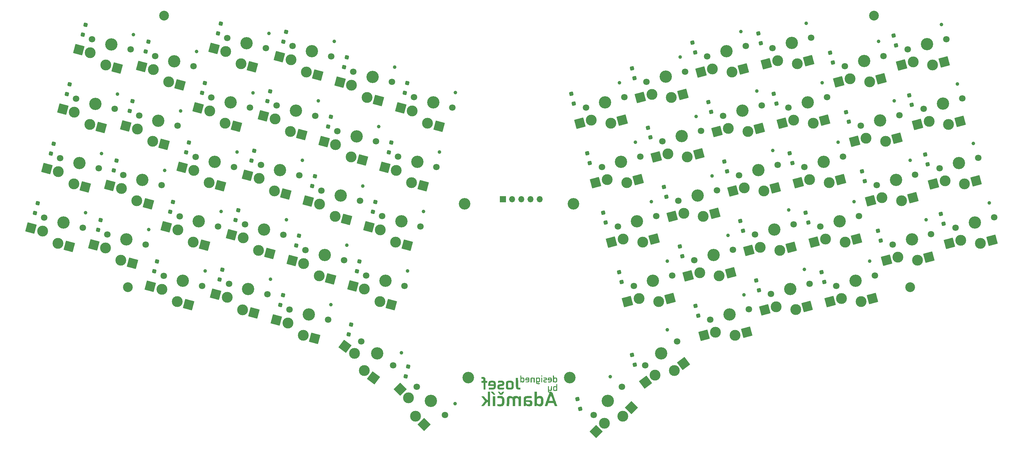
<source format=gbr>
%TF.GenerationSoftware,KiCad,Pcbnew,7.0.1*%
%TF.CreationDate,2023-03-26T20:17:16+02:00*%
%TF.ProjectId,SofleUnsplit,536f666c-6555-46e7-9370-6c69742e6b69,rev?*%
%TF.SameCoordinates,Original*%
%TF.FileFunction,Soldermask,Bot*%
%TF.FilePolarity,Negative*%
%FSLAX46Y46*%
G04 Gerber Fmt 4.6, Leading zero omitted, Abs format (unit mm)*
G04 Created by KiCad (PCBNEW 7.0.1) date 2023-03-26 20:17:16*
%MOMM*%
%LPD*%
G01*
G04 APERTURE LIST*
G04 Aperture macros list*
%AMRoundRect*
0 Rectangle with rounded corners*
0 $1 Rounding radius*
0 $2 $3 $4 $5 $6 $7 $8 $9 X,Y pos of 4 corners*
0 Add a 4 corners polygon primitive as box body*
4,1,4,$2,$3,$4,$5,$6,$7,$8,$9,$2,$3,0*
0 Add four circle primitives for the rounded corners*
1,1,$1+$1,$2,$3*
1,1,$1+$1,$4,$5*
1,1,$1+$1,$6,$7*
1,1,$1+$1,$8,$9*
0 Add four rect primitives between the rounded corners*
20,1,$1+$1,$2,$3,$4,$5,0*
20,1,$1+$1,$4,$5,$6,$7,0*
20,1,$1+$1,$6,$7,$8,$9,0*
20,1,$1+$1,$8,$9,$2,$3,0*%
%AMRotRect*
0 Rectangle, with rotation*
0 The origin of the aperture is its center*
0 $1 length*
0 $2 width*
0 $3 Rotation angle, in degrees counterclockwise*
0 Add horizontal line*
21,1,$1,$2,0,0,$3*%
G04 Aperture macros list end*
%ADD10C,0.010000*%
%ADD11C,1.800000*%
%ADD12C,3.000000*%
%ADD13C,3.400000*%
%ADD14C,0.990600*%
%ADD15RotRect,2.600000X2.600000X345.000000*%
%ADD16RotRect,2.600000X2.600000X15.000000*%
%ADD17C,3.200000*%
%ADD18RotRect,2.600000X2.600000X45.000000*%
%ADD19R,1.700000X1.700000*%
%ADD20O,1.700000X1.700000*%
%ADD21C,2.700000*%
%ADD22RotRect,2.600000X2.600000X315.000000*%
%ADD23RotRect,2.600000X2.600000X323.000000*%
%ADD24RotRect,2.600000X2.600000X37.000000*%
%ADD25RoundRect,0.250000X-0.212132X0.367423X-0.367423X-0.212132X0.212132X-0.367423X0.367423X0.212132X0*%
%ADD26RoundRect,0.250000X-0.367423X0.212132X-0.212132X-0.367423X0.367423X-0.212132X0.212132X0.367423X0*%
G04 APERTURE END LIST*
%TO.C,G1*%
D10*
X211113667Y-154814043D02*
X210521000Y-154814043D01*
X210521000Y-152147043D01*
X211113667Y-152147043D01*
X211113667Y-154814043D01*
G36*
X211113667Y-154814043D02*
G01*
X210521000Y-154814043D01*
X210521000Y-152147043D01*
X211113667Y-152147043D01*
X211113667Y-154814043D01*
G37*
X224067152Y-146431567D02*
X224102229Y-146527293D01*
X224105736Y-146577359D01*
X224084387Y-146631508D01*
X224006979Y-146643710D01*
X223955271Y-146640040D01*
X223908967Y-146605728D01*
X223898333Y-146513765D01*
X223901122Y-146452331D01*
X223926483Y-146400691D01*
X223993583Y-146397349D01*
X224067152Y-146431567D01*
G36*
X224067152Y-146431567D02*
G01*
X224102229Y-146527293D01*
X224105736Y-146577359D01*
X224084387Y-146631508D01*
X224006979Y-146643710D01*
X223955271Y-146640040D01*
X223908967Y-146605728D01*
X223898333Y-146513765D01*
X223901122Y-146452331D01*
X223926483Y-146400691D01*
X223993583Y-146397349D01*
X224067152Y-146431567D01*
G37*
X210813220Y-151237893D02*
X210894248Y-151352195D01*
X210985754Y-151484296D01*
X211048220Y-151578269D01*
X211071333Y-151618893D01*
X211058318Y-151625904D01*
X210983399Y-151635343D01*
X210864065Y-151639043D01*
X210798214Y-151638281D01*
X210721266Y-151629338D01*
X210653087Y-151601476D01*
X210577050Y-151543944D01*
X210476530Y-151445991D01*
X210334898Y-151296863D01*
X210224054Y-151176649D01*
X210114731Y-151052260D01*
X210040415Y-150960639D01*
X210013000Y-150915863D01*
X210047343Y-150897009D01*
X210145105Y-150882569D01*
X210284053Y-150877043D01*
X210555106Y-150877043D01*
X210813220Y-151237893D01*
G36*
X210813220Y-151237893D02*
G01*
X210894248Y-151352195D01*
X210985754Y-151484296D01*
X211048220Y-151578269D01*
X211071333Y-151618893D01*
X211058318Y-151625904D01*
X210983399Y-151635343D01*
X210864065Y-151639043D01*
X210798214Y-151638281D01*
X210721266Y-151629338D01*
X210653087Y-151601476D01*
X210577050Y-151543944D01*
X210476530Y-151445991D01*
X210334898Y-151296863D01*
X210224054Y-151176649D01*
X210114731Y-151052260D01*
X210040415Y-150960639D01*
X210013000Y-150915863D01*
X210047343Y-150897009D01*
X210145105Y-150882569D01*
X210284053Y-150877043D01*
X210555106Y-150877043D01*
X210813220Y-151237893D01*
G37*
X223997384Y-146982849D02*
X224025847Y-146992233D01*
X224045374Y-147023396D01*
X224057642Y-147088914D01*
X224064330Y-147201366D01*
X224067112Y-147373327D01*
X224067667Y-147617376D01*
X224067604Y-147725253D01*
X224066353Y-147938724D01*
X224062198Y-148085178D01*
X224053462Y-148177193D01*
X224038468Y-148227346D01*
X224015540Y-148248215D01*
X223983000Y-148252376D01*
X223968617Y-148251903D01*
X223940154Y-148242519D01*
X223920627Y-148211356D01*
X223908358Y-148145838D01*
X223901671Y-148033387D01*
X223898888Y-147861425D01*
X223898333Y-147617376D01*
X223898397Y-147509499D01*
X223899648Y-147296028D01*
X223903803Y-147149574D01*
X223912539Y-147057559D01*
X223927532Y-147007406D01*
X223950460Y-146986537D01*
X223983000Y-146982376D01*
X223997384Y-146982849D01*
G36*
X223997384Y-146982849D02*
G01*
X224025847Y-146992233D01*
X224045374Y-147023396D01*
X224057642Y-147088914D01*
X224064330Y-147201366D01*
X224067112Y-147373327D01*
X224067667Y-147617376D01*
X224067604Y-147725253D01*
X224066353Y-147938724D01*
X224062198Y-148085178D01*
X224053462Y-148177193D01*
X224038468Y-148227346D01*
X224015540Y-148248215D01*
X223983000Y-148252376D01*
X223968617Y-148251903D01*
X223940154Y-148242519D01*
X223920627Y-148211356D01*
X223908358Y-148145838D01*
X223901671Y-148033387D01*
X223898888Y-147861425D01*
X223898333Y-147617376D01*
X223898397Y-147509499D01*
X223899648Y-147296028D01*
X223903803Y-147149574D01*
X223912539Y-147057559D01*
X223927532Y-147007406D01*
X223950460Y-146986537D01*
X223983000Y-146982376D01*
X223997384Y-146982849D01*
G37*
X207652917Y-146835155D02*
X207719862Y-146841401D01*
X207966558Y-146874462D01*
X208143759Y-146925016D01*
X208263767Y-147004447D01*
X208338888Y-147124140D01*
X208381426Y-147295483D01*
X208403685Y-147529859D01*
X208425500Y-147892543D01*
X208647750Y-147905338D01*
X208870000Y-147918134D01*
X208870000Y-148337043D01*
X208404333Y-148337043D01*
X208404333Y-150242043D01*
X207938667Y-150242043D01*
X207938667Y-148337043D01*
X207346000Y-148337043D01*
X207346000Y-147917578D01*
X207631750Y-147905060D01*
X207917500Y-147892543D01*
X207930135Y-147651178D01*
X207931697Y-147611862D01*
X207917290Y-147431735D01*
X207856476Y-147316157D01*
X207739765Y-147254560D01*
X207557667Y-147236376D01*
X207346000Y-147236376D01*
X207346000Y-146807916D01*
X207652917Y-146835155D01*
G36*
X207652917Y-146835155D02*
G01*
X207719862Y-146841401D01*
X207966558Y-146874462D01*
X208143759Y-146925016D01*
X208263767Y-147004447D01*
X208338888Y-147124140D01*
X208381426Y-147295483D01*
X208403685Y-147529859D01*
X208425500Y-147892543D01*
X208647750Y-147905338D01*
X208870000Y-147918134D01*
X208870000Y-148337043D01*
X208404333Y-148337043D01*
X208404333Y-150242043D01*
X207938667Y-150242043D01*
X207938667Y-148337043D01*
X207346000Y-148337043D01*
X207346000Y-147917578D01*
X207631750Y-147905060D01*
X207917500Y-147892543D01*
X207930135Y-147651178D01*
X207931697Y-147611862D01*
X207917290Y-147431735D01*
X207856476Y-147316157D01*
X207739765Y-147254560D01*
X207557667Y-147236376D01*
X207346000Y-147236376D01*
X207346000Y-146807916D01*
X207652917Y-146835155D01*
G37*
X217130769Y-147075481D02*
X217400167Y-147088210D01*
X217421333Y-148372255D01*
X217424188Y-148549280D01*
X217430092Y-148896614D01*
X217437147Y-149171476D01*
X217447825Y-149382325D01*
X217464596Y-149537618D01*
X217489933Y-149645814D01*
X217526306Y-149715372D01*
X217576187Y-149754748D01*
X217642048Y-149772403D01*
X217726359Y-149776792D01*
X217831591Y-149776376D01*
X218056333Y-149776376D01*
X218056333Y-150253686D01*
X217685917Y-150224305D01*
X217632873Y-150219514D01*
X217444439Y-150194056D01*
X217278990Y-150159961D01*
X217167333Y-150123233D01*
X217104007Y-150088805D01*
X217048046Y-150044325D01*
X217003176Y-149983701D01*
X216967983Y-149898368D01*
X216941054Y-149779760D01*
X216920975Y-149619312D01*
X216906333Y-149408458D01*
X216895713Y-149138635D01*
X216887701Y-148801275D01*
X216880884Y-148387815D01*
X216861372Y-147062753D01*
X217130769Y-147075481D01*
G36*
X217130769Y-147075481D02*
G01*
X217400167Y-147088210D01*
X217421333Y-148372255D01*
X217424188Y-148549280D01*
X217430092Y-148896614D01*
X217437147Y-149171476D01*
X217447825Y-149382325D01*
X217464596Y-149537618D01*
X217489933Y-149645814D01*
X217526306Y-149715372D01*
X217576187Y-149754748D01*
X217642048Y-149772403D01*
X217726359Y-149776792D01*
X217831591Y-149776376D01*
X218056333Y-149776376D01*
X218056333Y-150253686D01*
X217685917Y-150224305D01*
X217632873Y-150219514D01*
X217444439Y-150194056D01*
X217278990Y-150159961D01*
X217167333Y-150123233D01*
X217104007Y-150088805D01*
X217048046Y-150044325D01*
X217003176Y-149983701D01*
X216967983Y-149898368D01*
X216941054Y-149779760D01*
X216920975Y-149619312D01*
X216906333Y-149408458D01*
X216895713Y-149138635D01*
X216887701Y-148801275D01*
X216880884Y-148387815D01*
X216861372Y-147062753D01*
X217130769Y-147075481D01*
G37*
X213396014Y-150877911D02*
X213489205Y-150892774D01*
X213526667Y-150920226D01*
X213517791Y-150944040D01*
X213469013Y-151027807D01*
X213387198Y-151152174D01*
X213283250Y-151300126D01*
X213039833Y-151636843D01*
X212740772Y-151637943D01*
X212441710Y-151639043D01*
X212182521Y-151283599D01*
X212102893Y-151171357D01*
X212016070Y-151039755D01*
X211961610Y-150945072D01*
X211948889Y-150902599D01*
X211954533Y-150898753D01*
X212022867Y-150883305D01*
X212132475Y-150877043D01*
X212219417Y-150884278D01*
X212298078Y-150916265D01*
X212385361Y-150986852D01*
X212503301Y-151109876D01*
X212520472Y-151128587D01*
X212623221Y-151237166D01*
X212700956Y-151313729D01*
X212737986Y-151342710D01*
X212740950Y-151341715D01*
X212787095Y-151303585D01*
X212872073Y-151221238D01*
X212980078Y-151109876D01*
X212981995Y-151107850D01*
X213102243Y-150986550D01*
X213191033Y-150916681D01*
X213270674Y-150884694D01*
X213363474Y-150877043D01*
X213396014Y-150877911D01*
G36*
X213396014Y-150877911D02*
G01*
X213489205Y-150892774D01*
X213526667Y-150920226D01*
X213517791Y-150944040D01*
X213469013Y-151027807D01*
X213387198Y-151152174D01*
X213283250Y-151300126D01*
X213039833Y-151636843D01*
X212740772Y-151637943D01*
X212441710Y-151639043D01*
X212182521Y-151283599D01*
X212102893Y-151171357D01*
X212016070Y-151039755D01*
X211961610Y-150945072D01*
X211948889Y-150902599D01*
X211954533Y-150898753D01*
X212022867Y-150883305D01*
X212132475Y-150877043D01*
X212219417Y-150884278D01*
X212298078Y-150916265D01*
X212385361Y-150986852D01*
X212503301Y-151109876D01*
X212520472Y-151128587D01*
X212623221Y-151237166D01*
X212700956Y-151313729D01*
X212737986Y-151342710D01*
X212740950Y-151341715D01*
X212787095Y-151303585D01*
X212872073Y-151221238D01*
X212980078Y-151109876D01*
X212981995Y-151107850D01*
X213102243Y-150986550D01*
X213191033Y-150916681D01*
X213270674Y-150884694D01*
X213363474Y-150877043D01*
X213396014Y-150877911D01*
G37*
X221575428Y-147005389D02*
X221712458Y-147070115D01*
X221824000Y-147157855D01*
X221824000Y-147070115D01*
X221838407Y-147011785D01*
X221908667Y-146982376D01*
X221923050Y-146982849D01*
X221951513Y-146992233D01*
X221971040Y-147023396D01*
X221983309Y-147088914D01*
X221989996Y-147201366D01*
X221992779Y-147373327D01*
X221993333Y-147617376D01*
X221993333Y-148252376D01*
X221781667Y-148252376D01*
X221781667Y-147770726D01*
X221780920Y-147626930D01*
X221775684Y-147453879D01*
X221763728Y-147340475D01*
X221743053Y-147271310D01*
X221711660Y-147230976D01*
X221638009Y-147196349D01*
X221512496Y-147175407D01*
X221374643Y-147175315D01*
X221255997Y-147195746D01*
X221188104Y-147236376D01*
X221174309Y-147287119D01*
X221160507Y-147408984D01*
X221151005Y-147578663D01*
X221147315Y-147776126D01*
X221146667Y-148252376D01*
X220926498Y-148252376D01*
X220941332Y-147698278D01*
X220947366Y-147496476D01*
X220955508Y-147330090D01*
X220967632Y-147219186D01*
X220986559Y-147148155D01*
X221015110Y-147101389D01*
X221056107Y-147063278D01*
X221080125Y-147046218D01*
X221224561Y-146993079D01*
X221401229Y-146979589D01*
X221575428Y-147005389D01*
G36*
X221575428Y-147005389D02*
G01*
X221712458Y-147070115D01*
X221824000Y-147157855D01*
X221824000Y-147070115D01*
X221838407Y-147011785D01*
X221908667Y-146982376D01*
X221923050Y-146982849D01*
X221951513Y-146992233D01*
X221971040Y-147023396D01*
X221983309Y-147088914D01*
X221989996Y-147201366D01*
X221992779Y-147373327D01*
X221993333Y-147617376D01*
X221993333Y-148252376D01*
X221781667Y-148252376D01*
X221781667Y-147770726D01*
X221780920Y-147626930D01*
X221775684Y-147453879D01*
X221763728Y-147340475D01*
X221743053Y-147271310D01*
X221711660Y-147230976D01*
X221638009Y-147196349D01*
X221512496Y-147175407D01*
X221374643Y-147175315D01*
X221255997Y-147195746D01*
X221188104Y-147236376D01*
X221174309Y-147287119D01*
X221160507Y-147408984D01*
X221151005Y-147578663D01*
X221147315Y-147776126D01*
X221146667Y-148252376D01*
X220926498Y-148252376D01*
X220941332Y-147698278D01*
X220947366Y-147496476D01*
X220955508Y-147330090D01*
X220967632Y-147219186D01*
X220986559Y-147148155D01*
X221015110Y-147101389D01*
X221056107Y-147063278D01*
X221080125Y-147046218D01*
X221224561Y-146993079D01*
X221401229Y-146979589D01*
X221575428Y-147005389D01*
G37*
X209674333Y-154814043D02*
X209124000Y-154814043D01*
X209124000Y-153713376D01*
X208986415Y-153713376D01*
X208964230Y-153713947D01*
X208911254Y-153723822D01*
X208856905Y-153753504D01*
X208791412Y-153812663D01*
X208705004Y-153910970D01*
X208587910Y-154058096D01*
X208430360Y-154263710D01*
X208011891Y-154814043D01*
X207700112Y-154814043D01*
X207675324Y-154813972D01*
X207529805Y-154810367D01*
X207427181Y-154802394D01*
X207388333Y-154791558D01*
X207388970Y-154789581D01*
X207420663Y-154740718D01*
X207494589Y-154636670D01*
X207603032Y-154488026D01*
X207738278Y-154305380D01*
X207892611Y-154099321D01*
X208396888Y-153429569D01*
X207910018Y-152820513D01*
X207760312Y-152632887D01*
X207622145Y-152459013D01*
X207510762Y-152318091D01*
X207434887Y-152221158D01*
X207403242Y-152179251D01*
X207402664Y-152176525D01*
X207443461Y-152161728D01*
X207546555Y-152151533D01*
X207692752Y-152148011D01*
X208002167Y-152148979D01*
X208417311Y-152677178D01*
X208483501Y-152761225D01*
X208624405Y-152937411D01*
X208728147Y-153059782D01*
X208805030Y-153138050D01*
X208865355Y-153181929D01*
X208919427Y-153201133D01*
X208977547Y-153205376D01*
X209122639Y-153205376D01*
X209145167Y-150898210D01*
X209409750Y-150885606D01*
X209674333Y-150873003D01*
X209674333Y-154814043D01*
G36*
X209674333Y-154814043D02*
G01*
X209124000Y-154814043D01*
X209124000Y-153713376D01*
X208986415Y-153713376D01*
X208964230Y-153713947D01*
X208911254Y-153723822D01*
X208856905Y-153753504D01*
X208791412Y-153812663D01*
X208705004Y-153910970D01*
X208587910Y-154058096D01*
X208430360Y-154263710D01*
X208011891Y-154814043D01*
X207700112Y-154814043D01*
X207675324Y-154813972D01*
X207529805Y-154810367D01*
X207427181Y-154802394D01*
X207388333Y-154791558D01*
X207388970Y-154789581D01*
X207420663Y-154740718D01*
X207494589Y-154636670D01*
X207603032Y-154488026D01*
X207738278Y-154305380D01*
X207892611Y-154099321D01*
X208396888Y-153429569D01*
X207910018Y-152820513D01*
X207760312Y-152632887D01*
X207622145Y-152459013D01*
X207510762Y-152318091D01*
X207434887Y-152221158D01*
X207403242Y-152179251D01*
X207402664Y-152176525D01*
X207443461Y-152161728D01*
X207546555Y-152151533D01*
X207692752Y-152148011D01*
X208002167Y-152148979D01*
X208417311Y-152677178D01*
X208483501Y-152761225D01*
X208624405Y-152937411D01*
X208728147Y-153059782D01*
X208805030Y-153138050D01*
X208865355Y-153181929D01*
X208919427Y-153201133D01*
X208977547Y-153205376D01*
X209122639Y-153205376D01*
X209145167Y-150898210D01*
X209409750Y-150885606D01*
X209674333Y-150873003D01*
X209674333Y-154814043D01*
G37*
X220550055Y-147532710D02*
X220551025Y-147590316D01*
X220550808Y-147615358D01*
X220545236Y-147829879D01*
X220530293Y-147978174D01*
X220501306Y-148076954D01*
X220453600Y-148142928D01*
X220382504Y-148192804D01*
X220320149Y-148216537D01*
X220158451Y-148238923D01*
X219919000Y-148241133D01*
X219822266Y-148238084D01*
X219682605Y-148229774D01*
X219603115Y-148215130D01*
X219567426Y-148190019D01*
X219559167Y-148150311D01*
X219559601Y-148136973D01*
X219573214Y-148101131D01*
X219618952Y-148082064D01*
X219714281Y-148075816D01*
X219876667Y-148078433D01*
X219982539Y-148079848D01*
X220151191Y-148067916D01*
X220260104Y-148029353D01*
X220325242Y-147956360D01*
X220362572Y-147841141D01*
X220390729Y-147705072D01*
X219516833Y-147680876D01*
X219521955Y-147532710D01*
X219707333Y-147532710D01*
X220391394Y-147532710D01*
X220362905Y-147395126D01*
X220355320Y-147362748D01*
X220295385Y-147238555D01*
X220188432Y-147171683D01*
X220019766Y-147151710D01*
X219991885Y-147152207D01*
X219832235Y-147184780D01*
X219738167Y-147269645D01*
X219707333Y-147408733D01*
X219707333Y-147532710D01*
X219521955Y-147532710D01*
X219525613Y-147426876D01*
X219529227Y-147349786D01*
X219545702Y-147225957D01*
X219582283Y-147143694D01*
X219649341Y-147073368D01*
X219657689Y-147066213D01*
X219725990Y-147017517D01*
X219801966Y-146991854D01*
X219911148Y-146984256D01*
X220079072Y-146989756D01*
X220234019Y-147001491D01*
X220378214Y-147032079D01*
X220471362Y-147092703D01*
X220524113Y-147196916D01*
X220547117Y-147358270D01*
X220550055Y-147532710D01*
G36*
X220550055Y-147532710D02*
G01*
X220551025Y-147590316D01*
X220550808Y-147615358D01*
X220545236Y-147829879D01*
X220530293Y-147978174D01*
X220501306Y-148076954D01*
X220453600Y-148142928D01*
X220382504Y-148192804D01*
X220320149Y-148216537D01*
X220158451Y-148238923D01*
X219919000Y-148241133D01*
X219822266Y-148238084D01*
X219682605Y-148229774D01*
X219603115Y-148215130D01*
X219567426Y-148190019D01*
X219559167Y-148150311D01*
X219559601Y-148136973D01*
X219573214Y-148101131D01*
X219618952Y-148082064D01*
X219714281Y-148075816D01*
X219876667Y-148078433D01*
X219982539Y-148079848D01*
X220151191Y-148067916D01*
X220260104Y-148029353D01*
X220325242Y-147956360D01*
X220362572Y-147841141D01*
X220390729Y-147705072D01*
X219516833Y-147680876D01*
X219521955Y-147532710D01*
X219707333Y-147532710D01*
X220391394Y-147532710D01*
X220362905Y-147395126D01*
X220355320Y-147362748D01*
X220295385Y-147238555D01*
X220188432Y-147171683D01*
X220019766Y-147151710D01*
X219991885Y-147152207D01*
X219832235Y-147184780D01*
X219738167Y-147269645D01*
X219707333Y-147408733D01*
X219707333Y-147532710D01*
X219521955Y-147532710D01*
X219525613Y-147426876D01*
X219529227Y-147349786D01*
X219545702Y-147225957D01*
X219582283Y-147143694D01*
X219649341Y-147073368D01*
X219657689Y-147066213D01*
X219725990Y-147017517D01*
X219801966Y-146991854D01*
X219911148Y-146984256D01*
X220079072Y-146989756D01*
X220234019Y-147001491D01*
X220378214Y-147032079D01*
X220471362Y-147092703D01*
X220524113Y-147196916D01*
X220547117Y-147358270D01*
X220550055Y-147532710D01*
G37*
X212716571Y-152113916D02*
X212906457Y-152129194D01*
X213038879Y-152151927D01*
X213156979Y-152200553D01*
X213334500Y-152330671D01*
X213481284Y-152504953D01*
X213573401Y-152698911D01*
X213593738Y-152803363D01*
X213612177Y-152989858D01*
X213623640Y-153221216D01*
X213628102Y-153475899D01*
X213625534Y-153732368D01*
X213615911Y-153969087D01*
X213599206Y-154164516D01*
X213575391Y-154297117D01*
X213483829Y-154500199D01*
X213326772Y-154678148D01*
X213124500Y-154792791D01*
X213051615Y-154810472D01*
X212890534Y-154830731D01*
X212685187Y-154844167D01*
X212459358Y-154850266D01*
X212236833Y-154848511D01*
X212041397Y-154838389D01*
X211896833Y-154819384D01*
X211841570Y-154805169D01*
X211791996Y-154771930D01*
X211768415Y-154702478D01*
X211757114Y-154572593D01*
X211744395Y-154352777D01*
X212243947Y-154360175D01*
X212353709Y-154361135D01*
X212589199Y-154356238D01*
X212749853Y-154340115D01*
X212842334Y-154312233D01*
X212850436Y-154307559D01*
X212934211Y-154235419D01*
X212994166Y-154126126D01*
X213033289Y-153968010D01*
X213054571Y-153749403D01*
X213061000Y-153458634D01*
X213060998Y-153452319D01*
X213054797Y-153174836D01*
X213034595Y-152968998D01*
X212997341Y-152822729D01*
X212939985Y-152723949D01*
X212859479Y-152660581D01*
X212814807Y-152641886D01*
X212663909Y-152608176D01*
X212468697Y-152589236D01*
X212256734Y-152587023D01*
X212055583Y-152603495D01*
X211791000Y-152641030D01*
X211791000Y-152158121D01*
X211949750Y-152131881D01*
X212071296Y-152117770D01*
X212272074Y-152107709D01*
X212496138Y-152106589D01*
X212716571Y-152113916D01*
G36*
X212716571Y-152113916D02*
G01*
X212906457Y-152129194D01*
X213038879Y-152151927D01*
X213156979Y-152200553D01*
X213334500Y-152330671D01*
X213481284Y-152504953D01*
X213573401Y-152698911D01*
X213593738Y-152803363D01*
X213612177Y-152989858D01*
X213623640Y-153221216D01*
X213628102Y-153475899D01*
X213625534Y-153732368D01*
X213615911Y-153969087D01*
X213599206Y-154164516D01*
X213575391Y-154297117D01*
X213483829Y-154500199D01*
X213326772Y-154678148D01*
X213124500Y-154792791D01*
X213051615Y-154810472D01*
X212890534Y-154830731D01*
X212685187Y-154844167D01*
X212459358Y-154850266D01*
X212236833Y-154848511D01*
X212041397Y-154838389D01*
X211896833Y-154819384D01*
X211841570Y-154805169D01*
X211791996Y-154771930D01*
X211768415Y-154702478D01*
X211757114Y-154572593D01*
X211744395Y-154352777D01*
X212243947Y-154360175D01*
X212353709Y-154361135D01*
X212589199Y-154356238D01*
X212749853Y-154340115D01*
X212842334Y-154312233D01*
X212850436Y-154307559D01*
X212934211Y-154235419D01*
X212994166Y-154126126D01*
X213033289Y-153968010D01*
X213054571Y-153749403D01*
X213061000Y-153458634D01*
X213060998Y-153452319D01*
X213054797Y-153174836D01*
X213034595Y-152968998D01*
X212997341Y-152822729D01*
X212939985Y-152723949D01*
X212859479Y-152660581D01*
X212814807Y-152641886D01*
X212663909Y-152608176D01*
X212468697Y-152589236D01*
X212256734Y-152587023D01*
X212055583Y-152603495D01*
X211791000Y-152641030D01*
X211791000Y-152158121D01*
X211949750Y-152131881D01*
X212071296Y-152117770D01*
X212272074Y-152107709D01*
X212496138Y-152106589D01*
X212716571Y-152113916D01*
G37*
X225930333Y-149810618D02*
X225930337Y-149820636D01*
X225934189Y-150059780D01*
X225949912Y-150227365D01*
X225984287Y-150335913D01*
X226044095Y-150397944D01*
X226136116Y-150425980D01*
X226267132Y-150432543D01*
X226300873Y-150432152D01*
X226450119Y-150414288D01*
X226523896Y-150369043D01*
X226537692Y-150318300D01*
X226551493Y-150196435D01*
X226560996Y-150026756D01*
X226564685Y-149829293D01*
X226565333Y-149353043D01*
X226785503Y-149353043D01*
X226770668Y-149907141D01*
X226764634Y-150108943D01*
X226756492Y-150275329D01*
X226744368Y-150386233D01*
X226725441Y-150457264D01*
X226696890Y-150504030D01*
X226655894Y-150542141D01*
X226626942Y-150561671D01*
X226489046Y-150608619D01*
X226318652Y-150624084D01*
X226151772Y-150607211D01*
X226024420Y-150557142D01*
X225962207Y-150518300D01*
X225934879Y-150531973D01*
X225930333Y-150617180D01*
X225936996Y-150719172D01*
X225955853Y-150809621D01*
X225964833Y-150825980D01*
X226045417Y-150883842D01*
X226178867Y-150925709D01*
X226340125Y-150945712D01*
X226504129Y-150937986D01*
X226542779Y-150932403D01*
X226640439Y-150924830D01*
X226683003Y-150942657D01*
X226692333Y-150992181D01*
X226687872Y-151040979D01*
X226664111Y-151102821D01*
X226621730Y-151119385D01*
X226511557Y-151130370D01*
X226363730Y-151130000D01*
X226204405Y-151119407D01*
X226059733Y-151099728D01*
X225955869Y-151072097D01*
X225887486Y-151036665D01*
X225824999Y-150978993D01*
X225779741Y-150893399D01*
X225749096Y-150768553D01*
X225730446Y-150593128D01*
X225721176Y-150355795D01*
X225718667Y-150045226D01*
X225718667Y-149353043D01*
X225930333Y-149353043D01*
X225930333Y-149810618D01*
G36*
X225930333Y-149810618D02*
G01*
X225930337Y-149820636D01*
X225934189Y-150059780D01*
X225949912Y-150227365D01*
X225984287Y-150335913D01*
X226044095Y-150397944D01*
X226136116Y-150425980D01*
X226267132Y-150432543D01*
X226300873Y-150432152D01*
X226450119Y-150414288D01*
X226523896Y-150369043D01*
X226537692Y-150318300D01*
X226551493Y-150196435D01*
X226560996Y-150026756D01*
X226564685Y-149829293D01*
X226565333Y-149353043D01*
X226785503Y-149353043D01*
X226770668Y-149907141D01*
X226764634Y-150108943D01*
X226756492Y-150275329D01*
X226744368Y-150386233D01*
X226725441Y-150457264D01*
X226696890Y-150504030D01*
X226655894Y-150542141D01*
X226626942Y-150561671D01*
X226489046Y-150608619D01*
X226318652Y-150624084D01*
X226151772Y-150607211D01*
X226024420Y-150557142D01*
X225962207Y-150518300D01*
X225934879Y-150531973D01*
X225930333Y-150617180D01*
X225936996Y-150719172D01*
X225955853Y-150809621D01*
X225964833Y-150825980D01*
X226045417Y-150883842D01*
X226178867Y-150925709D01*
X226340125Y-150945712D01*
X226504129Y-150937986D01*
X226542779Y-150932403D01*
X226640439Y-150924830D01*
X226683003Y-150942657D01*
X226692333Y-150992181D01*
X226687872Y-151040979D01*
X226664111Y-151102821D01*
X226621730Y-151119385D01*
X226511557Y-151130370D01*
X226363730Y-151130000D01*
X226204405Y-151119407D01*
X226059733Y-151099728D01*
X225955869Y-151072097D01*
X225887486Y-151036665D01*
X225824999Y-150978993D01*
X225779741Y-150893399D01*
X225749096Y-150768553D01*
X225730446Y-150593128D01*
X225721176Y-150355795D01*
X225718667Y-150045226D01*
X225718667Y-149353043D01*
X225930333Y-149353043D01*
X225930333Y-149810618D01*
G37*
X225073489Y-146991335D02*
X225225714Y-147016562D01*
X225319485Y-147073873D01*
X225366885Y-147170562D01*
X225380000Y-147313928D01*
X225379686Y-147348126D01*
X225362018Y-147504946D01*
X225306249Y-147603390D01*
X225197083Y-147659347D01*
X225019226Y-147688705D01*
X225011828Y-147689438D01*
X224819893Y-147716027D01*
X224699003Y-147753772D01*
X224636069Y-147809203D01*
X224618000Y-147888849D01*
X224618297Y-147904056D01*
X224642012Y-147995697D01*
X224712147Y-148051366D01*
X224840649Y-148076369D01*
X225039462Y-148076010D01*
X225110536Y-148072807D01*
X225237431Y-148070551D01*
X225305406Y-148080535D01*
X225332753Y-148107736D01*
X225337762Y-148157126D01*
X225334757Y-148197073D01*
X225313999Y-148227905D01*
X225258739Y-148244450D01*
X225152257Y-148251132D01*
X224977833Y-148252376D01*
X224947346Y-148252280D01*
X224734052Y-148241931D01*
X224590200Y-148208178D01*
X224503128Y-148142028D01*
X224460171Y-148034486D01*
X224448667Y-147876560D01*
X224455246Y-147755009D01*
X224487409Y-147658269D01*
X224559969Y-147594122D01*
X224687651Y-147550362D01*
X224885180Y-147514788D01*
X224899639Y-147512611D01*
X225053528Y-147486144D01*
X225143090Y-147459381D01*
X225186850Y-147423988D01*
X225203333Y-147371629D01*
X225206918Y-147335683D01*
X225191217Y-147246065D01*
X225125637Y-147189588D01*
X224999021Y-147160165D01*
X224800213Y-147151710D01*
X224773319Y-147151678D01*
X224622010Y-147148708D01*
X224536731Y-147138053D01*
X224501152Y-147115698D01*
X224498939Y-147077626D01*
X224517597Y-147040906D01*
X224570474Y-147015670D01*
X224674048Y-147000481D01*
X224845296Y-146991096D01*
X224850726Y-146990896D01*
X225073489Y-146991335D01*
G36*
X225073489Y-146991335D02*
G01*
X225225714Y-147016562D01*
X225319485Y-147073873D01*
X225366885Y-147170562D01*
X225380000Y-147313928D01*
X225379686Y-147348126D01*
X225362018Y-147504946D01*
X225306249Y-147603390D01*
X225197083Y-147659347D01*
X225019226Y-147688705D01*
X225011828Y-147689438D01*
X224819893Y-147716027D01*
X224699003Y-147753772D01*
X224636069Y-147809203D01*
X224618000Y-147888849D01*
X224618297Y-147904056D01*
X224642012Y-147995697D01*
X224712147Y-148051366D01*
X224840649Y-148076369D01*
X225039462Y-148076010D01*
X225110536Y-148072807D01*
X225237431Y-148070551D01*
X225305406Y-148080535D01*
X225332753Y-148107736D01*
X225337762Y-148157126D01*
X225334757Y-148197073D01*
X225313999Y-148227905D01*
X225258739Y-148244450D01*
X225152257Y-148251132D01*
X224977833Y-148252376D01*
X224947346Y-148252280D01*
X224734052Y-148241931D01*
X224590200Y-148208178D01*
X224503128Y-148142028D01*
X224460171Y-148034486D01*
X224448667Y-147876560D01*
X224455246Y-147755009D01*
X224487409Y-147658269D01*
X224559969Y-147594122D01*
X224687651Y-147550362D01*
X224885180Y-147514788D01*
X224899639Y-147512611D01*
X225053528Y-147486144D01*
X225143090Y-147459381D01*
X225186850Y-147423988D01*
X225203333Y-147371629D01*
X225206918Y-147335683D01*
X225191217Y-147246065D01*
X225125637Y-147189588D01*
X224999021Y-147160165D01*
X224800213Y-147151710D01*
X224773319Y-147151678D01*
X224622010Y-147148708D01*
X224536731Y-147138053D01*
X224501152Y-147115698D01*
X224498939Y-147077626D01*
X224517597Y-147040906D01*
X224570474Y-147015670D01*
X224674048Y-147000481D01*
X224845296Y-146991096D01*
X224850726Y-146990896D01*
X225073489Y-146991335D01*
G37*
X228216119Y-147617376D02*
X228216333Y-147620937D01*
X228215529Y-147688340D01*
X228194117Y-147923165D01*
X228141737Y-148088996D01*
X228055919Y-148194663D01*
X228006662Y-148216738D01*
X227886925Y-148241035D01*
X227740083Y-148251030D01*
X227598293Y-148245830D01*
X227488422Y-148220427D01*
X227412000Y-148167710D01*
X227354737Y-148113143D01*
X227330759Y-148111281D01*
X227327333Y-148170654D01*
X227327332Y-148171654D01*
X227306655Y-148236717D01*
X227232083Y-148244737D01*
X227136833Y-148231210D01*
X227136833Y-147617376D01*
X227348500Y-147617376D01*
X227351594Y-147778570D01*
X227365167Y-147882693D01*
X227395392Y-147949289D01*
X227448440Y-148002116D01*
X227451962Y-148004922D01*
X227596637Y-148070170D01*
X227762244Y-148074658D01*
X227910581Y-148017142D01*
X227923858Y-148007464D01*
X227966668Y-147962914D01*
X227991092Y-147897130D01*
X228002102Y-147788991D01*
X228004667Y-147617376D01*
X228004560Y-147570187D01*
X228000456Y-147415401D01*
X227986738Y-147319123D01*
X227958437Y-147260232D01*
X227910581Y-147217610D01*
X227906849Y-147215040D01*
X227757467Y-147159353D01*
X227591929Y-147165632D01*
X227448440Y-147232636D01*
X227396239Y-147284309D01*
X227365603Y-147350378D01*
X227351747Y-147453481D01*
X227348500Y-147617376D01*
X227136833Y-147617376D01*
X227136833Y-146410876D01*
X227232083Y-146397349D01*
X227275690Y-146394603D01*
X227304775Y-146412121D01*
X227320192Y-146466376D01*
X227326269Y-146573343D01*
X227327333Y-146748999D01*
X227327333Y-147114177D01*
X227421420Y-147048277D01*
X227473900Y-147023115D01*
X227610835Y-146993302D01*
X227775235Y-146982560D01*
X227931825Y-146992270D01*
X228045330Y-147023816D01*
X228077511Y-147046407D01*
X228153808Y-147165231D01*
X228200495Y-147358184D01*
X228216119Y-147617376D01*
G36*
X228216119Y-147617376D02*
G01*
X228216333Y-147620937D01*
X228215529Y-147688340D01*
X228194117Y-147923165D01*
X228141737Y-148088996D01*
X228055919Y-148194663D01*
X228006662Y-148216738D01*
X227886925Y-148241035D01*
X227740083Y-148251030D01*
X227598293Y-148245830D01*
X227488422Y-148220427D01*
X227412000Y-148167710D01*
X227354737Y-148113143D01*
X227330759Y-148111281D01*
X227327333Y-148170654D01*
X227327332Y-148171654D01*
X227306655Y-148236717D01*
X227232083Y-148244737D01*
X227136833Y-148231210D01*
X227136833Y-147617376D01*
X227348500Y-147617376D01*
X227351594Y-147778570D01*
X227365167Y-147882693D01*
X227395392Y-147949289D01*
X227448440Y-148002116D01*
X227451962Y-148004922D01*
X227596637Y-148070170D01*
X227762244Y-148074658D01*
X227910581Y-148017142D01*
X227923858Y-148007464D01*
X227966668Y-147962914D01*
X227991092Y-147897130D01*
X228002102Y-147788991D01*
X228004667Y-147617376D01*
X228004560Y-147570187D01*
X228000456Y-147415401D01*
X227986738Y-147319123D01*
X227958437Y-147260232D01*
X227910581Y-147217610D01*
X227906849Y-147215040D01*
X227757467Y-147159353D01*
X227591929Y-147165632D01*
X227448440Y-147232636D01*
X227396239Y-147284309D01*
X227365603Y-147350378D01*
X227351747Y-147453481D01*
X227348500Y-147617376D01*
X227136833Y-147617376D01*
X227136833Y-146410876D01*
X227232083Y-146397349D01*
X227275690Y-146394603D01*
X227304775Y-146412121D01*
X227320192Y-146466376D01*
X227326269Y-146573343D01*
X227327333Y-146748999D01*
X227327333Y-147114177D01*
X227421420Y-147048277D01*
X227473900Y-147023115D01*
X227610835Y-146993302D01*
X227775235Y-146982560D01*
X227931825Y-146992270D01*
X228045330Y-147023816D01*
X228077511Y-147046407D01*
X228153808Y-147165231D01*
X228200495Y-147358184D01*
X228216119Y-147617376D01*
G37*
X226743214Y-147532710D02*
X226743804Y-147557937D01*
X226735676Y-147807876D01*
X226731664Y-147871598D01*
X226703152Y-148039763D01*
X226645790Y-148146941D01*
X226551983Y-148209747D01*
X226538440Y-148214217D01*
X226437427Y-148231367D01*
X226285588Y-148244016D01*
X226110250Y-148249693D01*
X225972645Y-148250101D01*
X225854600Y-148245795D01*
X225791273Y-148231862D01*
X225765696Y-148203804D01*
X225760902Y-148157126D01*
X225761606Y-148131304D01*
X225774523Y-148093096D01*
X225817834Y-148074192D01*
X225909584Y-148069763D01*
X226067818Y-148074979D01*
X226154316Y-148077524D01*
X226329301Y-148068558D01*
X226443043Y-148030982D01*
X226511065Y-147957202D01*
X226548888Y-147839626D01*
X226575917Y-147702043D01*
X226149790Y-147702043D01*
X226026233Y-147700591D01*
X225865448Y-147693636D01*
X225751198Y-147682243D01*
X225702543Y-147667869D01*
X225696734Y-147628171D01*
X225700354Y-147524078D01*
X225709700Y-147436296D01*
X225888000Y-147436296D01*
X225890115Y-147473016D01*
X225908422Y-147506320D01*
X225960101Y-147524176D01*
X226062248Y-147531375D01*
X226231958Y-147532710D01*
X226575917Y-147532710D01*
X226548888Y-147395126D01*
X226541716Y-147363321D01*
X226481535Y-147239636D01*
X226371956Y-147172160D01*
X226199809Y-147151710D01*
X226177476Y-147152164D01*
X226020602Y-147190608D01*
X225922137Y-147287119D01*
X225888000Y-147436296D01*
X225709700Y-147436296D01*
X225715127Y-147385318D01*
X225738803Y-147252873D01*
X225792184Y-147116564D01*
X225882122Y-147034030D01*
X226024020Y-146993293D01*
X226233281Y-146982376D01*
X226369752Y-146984772D01*
X226484832Y-146998230D01*
X226563023Y-147029765D01*
X226630758Y-147086285D01*
X226684801Y-147155726D01*
X226720645Y-147247538D01*
X226739553Y-147376383D01*
X226743214Y-147532710D01*
G36*
X226743214Y-147532710D02*
G01*
X226743804Y-147557937D01*
X226735676Y-147807876D01*
X226731664Y-147871598D01*
X226703152Y-148039763D01*
X226645790Y-148146941D01*
X226551983Y-148209747D01*
X226538440Y-148214217D01*
X226437427Y-148231367D01*
X226285588Y-148244016D01*
X226110250Y-148249693D01*
X225972645Y-148250101D01*
X225854600Y-148245795D01*
X225791273Y-148231862D01*
X225765696Y-148203804D01*
X225760902Y-148157126D01*
X225761606Y-148131304D01*
X225774523Y-148093096D01*
X225817834Y-148074192D01*
X225909584Y-148069763D01*
X226067818Y-148074979D01*
X226154316Y-148077524D01*
X226329301Y-148068558D01*
X226443043Y-148030982D01*
X226511065Y-147957202D01*
X226548888Y-147839626D01*
X226575917Y-147702043D01*
X226149790Y-147702043D01*
X226026233Y-147700591D01*
X225865448Y-147693636D01*
X225751198Y-147682243D01*
X225702543Y-147667869D01*
X225696734Y-147628171D01*
X225700354Y-147524078D01*
X225709700Y-147436296D01*
X225888000Y-147436296D01*
X225890115Y-147473016D01*
X225908422Y-147506320D01*
X225960101Y-147524176D01*
X226062248Y-147531375D01*
X226231958Y-147532710D01*
X226575917Y-147532710D01*
X226548888Y-147395126D01*
X226541716Y-147363321D01*
X226481535Y-147239636D01*
X226371956Y-147172160D01*
X226199809Y-147151710D01*
X226177476Y-147152164D01*
X226020602Y-147190608D01*
X225922137Y-147287119D01*
X225888000Y-147436296D01*
X225709700Y-147436296D01*
X225715127Y-147385318D01*
X225738803Y-147252873D01*
X225792184Y-147116564D01*
X225882122Y-147034030D01*
X226024020Y-146993293D01*
X226233281Y-146982376D01*
X226369752Y-146984772D01*
X226484832Y-146998230D01*
X226563023Y-147029765D01*
X226630758Y-147086285D01*
X226684801Y-147155726D01*
X226720645Y-147247538D01*
X226739553Y-147376383D01*
X226743214Y-147532710D01*
G37*
X219181468Y-147603872D02*
X219182538Y-147701524D01*
X219157842Y-147900950D01*
X219106549Y-148067381D01*
X219029040Y-148176999D01*
X218998356Y-148197745D01*
X218855981Y-148244580D01*
X218682432Y-148254236D01*
X218512141Y-148227370D01*
X218379543Y-148164637D01*
X218268000Y-148076898D01*
X218268000Y-148164637D01*
X218253593Y-148222968D01*
X218183333Y-148252376D01*
X218158534Y-148250095D01*
X218137002Y-148235889D01*
X218121365Y-148199353D01*
X218110683Y-148130098D01*
X218104014Y-148017735D01*
X218100416Y-147851873D01*
X218098947Y-147622124D01*
X218098900Y-147571330D01*
X218311625Y-147571330D01*
X218314707Y-147737346D01*
X218332395Y-147881057D01*
X218364735Y-147971926D01*
X218447521Y-148027500D01*
X218578888Y-148061306D01*
X218723877Y-148067970D01*
X218847747Y-148042421D01*
X218881459Y-148019223D01*
X218940458Y-147919398D01*
X218976666Y-147772861D01*
X218989244Y-147603872D01*
X218977349Y-147436689D01*
X218940142Y-147295572D01*
X218876782Y-147204780D01*
X218849362Y-147188709D01*
X218729501Y-147161966D01*
X218585312Y-147167773D01*
X218452263Y-147202205D01*
X218365825Y-147261337D01*
X218349090Y-147294541D01*
X218323102Y-147413549D01*
X218311625Y-147571330D01*
X218098900Y-147571330D01*
X218098667Y-147318099D01*
X218098667Y-146383821D01*
X218193917Y-146397349D01*
X218225822Y-146403878D01*
X218261129Y-146427743D01*
X218282046Y-146483557D01*
X218293766Y-146588891D01*
X218301481Y-146761314D01*
X218313796Y-147111752D01*
X218406151Y-147047064D01*
X218432314Y-147032183D01*
X218558636Y-146995983D01*
X218723844Y-146982376D01*
X218856305Y-146988630D01*
X218963595Y-147017835D01*
X219046680Y-147079874D01*
X219093208Y-147143440D01*
X219150603Y-147298951D01*
X219180252Y-147492918D01*
X219181468Y-147603872D01*
G36*
X219181468Y-147603872D02*
G01*
X219182538Y-147701524D01*
X219157842Y-147900950D01*
X219106549Y-148067381D01*
X219029040Y-148176999D01*
X218998356Y-148197745D01*
X218855981Y-148244580D01*
X218682432Y-148254236D01*
X218512141Y-148227370D01*
X218379543Y-148164637D01*
X218268000Y-148076898D01*
X218268000Y-148164637D01*
X218253593Y-148222968D01*
X218183333Y-148252376D01*
X218158534Y-148250095D01*
X218137002Y-148235889D01*
X218121365Y-148199353D01*
X218110683Y-148130098D01*
X218104014Y-148017735D01*
X218100416Y-147851873D01*
X218098947Y-147622124D01*
X218098900Y-147571330D01*
X218311625Y-147571330D01*
X218314707Y-147737346D01*
X218332395Y-147881057D01*
X218364735Y-147971926D01*
X218447521Y-148027500D01*
X218578888Y-148061306D01*
X218723877Y-148067970D01*
X218847747Y-148042421D01*
X218881459Y-148019223D01*
X218940458Y-147919398D01*
X218976666Y-147772861D01*
X218989244Y-147603872D01*
X218977349Y-147436689D01*
X218940142Y-147295572D01*
X218876782Y-147204780D01*
X218849362Y-147188709D01*
X218729501Y-147161966D01*
X218585312Y-147167773D01*
X218452263Y-147202205D01*
X218365825Y-147261337D01*
X218349090Y-147294541D01*
X218323102Y-147413549D01*
X218311625Y-147571330D01*
X218098900Y-147571330D01*
X218098667Y-147318099D01*
X218098667Y-146383821D01*
X218193917Y-146397349D01*
X218225822Y-146403878D01*
X218261129Y-146427743D01*
X218282046Y-146483557D01*
X218293766Y-146588891D01*
X218301481Y-146761314D01*
X218313796Y-147111752D01*
X218406151Y-147047064D01*
X218432314Y-147032183D01*
X218558636Y-146995983D01*
X218723844Y-146982376D01*
X218856305Y-146988630D01*
X218963595Y-147017835D01*
X219046680Y-147079874D01*
X219093208Y-147143440D01*
X219150603Y-147298951D01*
X219180252Y-147492918D01*
X219181468Y-147603872D01*
G37*
X227733573Y-153417043D02*
X227782173Y-153552757D01*
X227897728Y-153876190D01*
X227999467Y-154161739D01*
X228084420Y-154401046D01*
X228149616Y-154585757D01*
X228192084Y-154707515D01*
X228208854Y-154757964D01*
X228209569Y-154769634D01*
X228178941Y-154795973D01*
X228089067Y-154809942D01*
X227927399Y-154814043D01*
X227632257Y-154814043D01*
X227514816Y-154485960D01*
X227501304Y-154448209D01*
X227442606Y-154284173D01*
X227393477Y-154146805D01*
X227363402Y-154062626D01*
X227358883Y-154050321D01*
X227342720Y-154019942D01*
X227313312Y-153998065D01*
X227258757Y-153983295D01*
X227167150Y-153974237D01*
X227026588Y-153969495D01*
X226825167Y-153967673D01*
X226550982Y-153967376D01*
X225772536Y-153967376D01*
X225477778Y-154792876D01*
X225174889Y-154805314D01*
X225157168Y-154805989D01*
X225012824Y-154807119D01*
X224910727Y-154800261D01*
X224872000Y-154786711D01*
X224880462Y-154758153D01*
X224914711Y-154656800D01*
X224972590Y-154490264D01*
X225051224Y-154266679D01*
X225147739Y-153994179D01*
X225259262Y-153680897D01*
X225353580Y-153417043D01*
X225966961Y-153417043D01*
X227155905Y-153417043D01*
X227110877Y-153300626D01*
X227095788Y-153260365D01*
X227052081Y-153140545D01*
X226989723Y-152967566D01*
X226914643Y-152757905D01*
X226832775Y-152528043D01*
X226777752Y-152374704D01*
X226702392Y-152169993D01*
X226638550Y-152002788D01*
X226591669Y-151887240D01*
X226567190Y-151837499D01*
X226549669Y-151858269D01*
X226507817Y-151945273D01*
X226447739Y-152086823D01*
X226374650Y-152269352D01*
X226293766Y-152479291D01*
X226210303Y-152703072D01*
X226129477Y-152927128D01*
X226056503Y-153137891D01*
X225996597Y-153321793D01*
X225966961Y-153417043D01*
X225353580Y-153417043D01*
X225382919Y-153334967D01*
X225515836Y-152964523D01*
X226159672Y-151173376D01*
X226928264Y-151173376D01*
X227561715Y-152937630D01*
X227655774Y-153199795D01*
X227733573Y-153417043D01*
G36*
X227733573Y-153417043D02*
G01*
X227782173Y-153552757D01*
X227897728Y-153876190D01*
X227999467Y-154161739D01*
X228084420Y-154401046D01*
X228149616Y-154585757D01*
X228192084Y-154707515D01*
X228208854Y-154757964D01*
X228209569Y-154769634D01*
X228178941Y-154795973D01*
X228089067Y-154809942D01*
X227927399Y-154814043D01*
X227632257Y-154814043D01*
X227514816Y-154485960D01*
X227501304Y-154448209D01*
X227442606Y-154284173D01*
X227393477Y-154146805D01*
X227363402Y-154062626D01*
X227358883Y-154050321D01*
X227342720Y-154019942D01*
X227313312Y-153998065D01*
X227258757Y-153983295D01*
X227167150Y-153974237D01*
X227026588Y-153969495D01*
X226825167Y-153967673D01*
X226550982Y-153967376D01*
X225772536Y-153967376D01*
X225477778Y-154792876D01*
X225174889Y-154805314D01*
X225157168Y-154805989D01*
X225012824Y-154807119D01*
X224910727Y-154800261D01*
X224872000Y-154786711D01*
X224880462Y-154758153D01*
X224914711Y-154656800D01*
X224972590Y-154490264D01*
X225051224Y-154266679D01*
X225147739Y-153994179D01*
X225259262Y-153680897D01*
X225353580Y-153417043D01*
X225966961Y-153417043D01*
X227155905Y-153417043D01*
X227110877Y-153300626D01*
X227095788Y-153260365D01*
X227052081Y-153140545D01*
X226989723Y-152967566D01*
X226914643Y-152757905D01*
X226832775Y-152528043D01*
X226777752Y-152374704D01*
X226702392Y-152169993D01*
X226638550Y-152002788D01*
X226591669Y-151887240D01*
X226567190Y-151837499D01*
X226549669Y-151858269D01*
X226507817Y-151945273D01*
X226447739Y-152086823D01*
X226374650Y-152269352D01*
X226293766Y-152479291D01*
X226210303Y-152703072D01*
X226129477Y-152927128D01*
X226056503Y-153137891D01*
X225996597Y-153321793D01*
X225966961Y-153417043D01*
X225353580Y-153417043D01*
X225382919Y-153334967D01*
X225515836Y-152964523D01*
X226159672Y-151173376D01*
X226928264Y-151173376D01*
X227561715Y-152937630D01*
X227655774Y-153199795D01*
X227733573Y-153417043D01*
G37*
X212805281Y-147878731D02*
X213032327Y-147897558D01*
X213218072Y-147927669D01*
X213341042Y-147967626D01*
X213373177Y-147986484D01*
X213503197Y-148120216D01*
X213583727Y-148316277D01*
X213611333Y-148567050D01*
X213609271Y-148649463D01*
X213570758Y-148888563D01*
X213483700Y-149058850D01*
X213348274Y-149159924D01*
X213301066Y-149175734D01*
X213163793Y-149208376D01*
X212983221Y-149241414D01*
X212785833Y-149269681D01*
X212666774Y-149285675D01*
X212498270Y-149313523D01*
X212372251Y-149340895D01*
X212309583Y-149363674D01*
X212277584Y-149413048D01*
X212258645Y-149523769D01*
X212269865Y-149648688D01*
X212311096Y-149749964D01*
X212325211Y-149766382D01*
X212365350Y-149791598D01*
X212433302Y-149808118D01*
X212543274Y-149817542D01*
X212709470Y-149821472D01*
X212946096Y-149821507D01*
X213526667Y-149818613D01*
X213526667Y-150008354D01*
X213526595Y-150032758D01*
X213520396Y-150125633D01*
X213492880Y-150184778D01*
X213428255Y-150219989D01*
X213310726Y-150241060D01*
X213124500Y-150257788D01*
X213034557Y-150263320D01*
X212809495Y-150266586D01*
X212579655Y-150257874D01*
X212367361Y-150238916D01*
X212194935Y-150211442D01*
X212084702Y-150177182D01*
X211981584Y-150105012D01*
X211892357Y-150008318D01*
X211850644Y-149910328D01*
X211815732Y-149743251D01*
X211798924Y-149550809D01*
X211802721Y-149364575D01*
X211829623Y-149216119D01*
X211862507Y-149129637D01*
X211917383Y-149040825D01*
X211998129Y-148975843D01*
X212119383Y-148927132D01*
X212295784Y-148887132D01*
X212541970Y-148848284D01*
X212735419Y-148818848D01*
X212907904Y-148788986D01*
X213033629Y-148763203D01*
X213094000Y-148744978D01*
X213097961Y-148742106D01*
X213131783Y-148675370D01*
X213145667Y-148568354D01*
X213136479Y-148471440D01*
X213097321Y-148390565D01*
X213017300Y-148337327D01*
X212885675Y-148307789D01*
X212691704Y-148298014D01*
X212424647Y-148304065D01*
X211918000Y-148324931D01*
X211918000Y-147920448D01*
X212194758Y-147890810D01*
X212313182Y-147880686D01*
X212558408Y-147872628D01*
X212805281Y-147878731D01*
G36*
X212805281Y-147878731D02*
G01*
X213032327Y-147897558D01*
X213218072Y-147927669D01*
X213341042Y-147967626D01*
X213373177Y-147986484D01*
X213503197Y-148120216D01*
X213583727Y-148316277D01*
X213611333Y-148567050D01*
X213609271Y-148649463D01*
X213570758Y-148888563D01*
X213483700Y-149058850D01*
X213348274Y-149159924D01*
X213301066Y-149175734D01*
X213163793Y-149208376D01*
X212983221Y-149241414D01*
X212785833Y-149269681D01*
X212666774Y-149285675D01*
X212498270Y-149313523D01*
X212372251Y-149340895D01*
X212309583Y-149363674D01*
X212277584Y-149413048D01*
X212258645Y-149523769D01*
X212269865Y-149648688D01*
X212311096Y-149749964D01*
X212325211Y-149766382D01*
X212365350Y-149791598D01*
X212433302Y-149808118D01*
X212543274Y-149817542D01*
X212709470Y-149821472D01*
X212946096Y-149821507D01*
X213526667Y-149818613D01*
X213526667Y-150008354D01*
X213526595Y-150032758D01*
X213520396Y-150125633D01*
X213492880Y-150184778D01*
X213428255Y-150219989D01*
X213310726Y-150241060D01*
X213124500Y-150257788D01*
X213034557Y-150263320D01*
X212809495Y-150266586D01*
X212579655Y-150257874D01*
X212367361Y-150238916D01*
X212194935Y-150211442D01*
X212084702Y-150177182D01*
X211981584Y-150105012D01*
X211892357Y-150008318D01*
X211850644Y-149910328D01*
X211815732Y-149743251D01*
X211798924Y-149550809D01*
X211802721Y-149364575D01*
X211829623Y-149216119D01*
X211862507Y-149129637D01*
X211917383Y-149040825D01*
X211998129Y-148975843D01*
X212119383Y-148927132D01*
X212295784Y-148887132D01*
X212541970Y-148848284D01*
X212735419Y-148818848D01*
X212907904Y-148788986D01*
X213033629Y-148763203D01*
X213094000Y-148744978D01*
X213097961Y-148742106D01*
X213131783Y-148675370D01*
X213145667Y-148568354D01*
X213136479Y-148471440D01*
X213097321Y-148390565D01*
X213017300Y-148337327D01*
X212885675Y-148307789D01*
X212691704Y-148298014D01*
X212424647Y-148304065D01*
X211918000Y-148324931D01*
X211918000Y-147920448D01*
X212194758Y-147890810D01*
X212313182Y-147880686D01*
X212558408Y-147872628D01*
X212805281Y-147878731D01*
G37*
X224401421Y-153324424D02*
X224397699Y-153683917D01*
X224396247Y-153720846D01*
X224385073Y-153943978D01*
X224369973Y-154106785D01*
X224347190Y-154230643D01*
X224312966Y-154336927D01*
X224263542Y-154447013D01*
X224187350Y-154583829D01*
X224094229Y-154690332D01*
X223971165Y-154767872D01*
X223851940Y-154815488D01*
X223689329Y-154846959D01*
X223475000Y-154856107D01*
X223429120Y-154855843D01*
X223175919Y-154841663D01*
X222984985Y-154802041D01*
X222838845Y-154731628D01*
X222720028Y-154625079D01*
X222647463Y-154552125D01*
X222586091Y-154527021D01*
X222553346Y-154579293D01*
X222543667Y-154711672D01*
X222543667Y-154712394D01*
X222537675Y-154768862D01*
X222506574Y-154799295D01*
X222430519Y-154811689D01*
X222289667Y-154814043D01*
X222035667Y-154814043D01*
X222035667Y-153474926D01*
X222607167Y-153474926D01*
X222609834Y-153682761D01*
X222624237Y-153894356D01*
X222655802Y-154046545D01*
X222709726Y-154153501D01*
X222791204Y-154229400D01*
X222905433Y-154288412D01*
X222991424Y-154314819D01*
X223177538Y-154339919D01*
X223379415Y-154339264D01*
X223555851Y-154311399D01*
X223648035Y-154269066D01*
X223742251Y-154163339D01*
X223804857Y-153993905D01*
X223840408Y-153751807D01*
X223849569Y-153610001D01*
X223850415Y-153324424D01*
X223827015Y-153077603D01*
X223781213Y-152884144D01*
X223714857Y-152758654D01*
X223661470Y-152714431D01*
X223515505Y-152653853D01*
X223330207Y-152622626D01*
X223132641Y-152624174D01*
X222949877Y-152661919D01*
X222837631Y-152707776D01*
X222739004Y-152776346D01*
X222672517Y-152873414D01*
X222632296Y-153012913D01*
X222612470Y-153208773D01*
X222607167Y-153474926D01*
X222035667Y-153474926D01*
X222035667Y-150877043D01*
X222586000Y-150877043D01*
X222586000Y-152459985D01*
X222723583Y-152328501D01*
X222842540Y-152235255D01*
X223026693Y-152153358D01*
X223257451Y-152113208D01*
X223550379Y-152110702D01*
X223629030Y-152114942D01*
X223802233Y-152133140D01*
X223922183Y-152164639D01*
X224011892Y-152214619D01*
X224123812Y-152314137D01*
X224242210Y-152479866D01*
X224326448Y-152690758D01*
X224378875Y-152955763D01*
X224401842Y-153283833D01*
X224401421Y-153324424D01*
G36*
X224401421Y-153324424D02*
G01*
X224397699Y-153683917D01*
X224396247Y-153720846D01*
X224385073Y-153943978D01*
X224369973Y-154106785D01*
X224347190Y-154230643D01*
X224312966Y-154336927D01*
X224263542Y-154447013D01*
X224187350Y-154583829D01*
X224094229Y-154690332D01*
X223971165Y-154767872D01*
X223851940Y-154815488D01*
X223689329Y-154846959D01*
X223475000Y-154856107D01*
X223429120Y-154855843D01*
X223175919Y-154841663D01*
X222984985Y-154802041D01*
X222838845Y-154731628D01*
X222720028Y-154625079D01*
X222647463Y-154552125D01*
X222586091Y-154527021D01*
X222553346Y-154579293D01*
X222543667Y-154711672D01*
X222543667Y-154712394D01*
X222537675Y-154768862D01*
X222506574Y-154799295D01*
X222430519Y-154811689D01*
X222289667Y-154814043D01*
X222035667Y-154814043D01*
X222035667Y-153474926D01*
X222607167Y-153474926D01*
X222609834Y-153682761D01*
X222624237Y-153894356D01*
X222655802Y-154046545D01*
X222709726Y-154153501D01*
X222791204Y-154229400D01*
X222905433Y-154288412D01*
X222991424Y-154314819D01*
X223177538Y-154339919D01*
X223379415Y-154339264D01*
X223555851Y-154311399D01*
X223648035Y-154269066D01*
X223742251Y-154163339D01*
X223804857Y-153993905D01*
X223840408Y-153751807D01*
X223849569Y-153610001D01*
X223850415Y-153324424D01*
X223827015Y-153077603D01*
X223781213Y-152884144D01*
X223714857Y-152758654D01*
X223661470Y-152714431D01*
X223515505Y-152653853D01*
X223330207Y-152622626D01*
X223132641Y-152624174D01*
X222949877Y-152661919D01*
X222837631Y-152707776D01*
X222739004Y-152776346D01*
X222672517Y-152873414D01*
X222632296Y-153012913D01*
X222612470Y-153208773D01*
X222607167Y-153474926D01*
X222035667Y-153474926D01*
X222035667Y-150877043D01*
X222586000Y-150877043D01*
X222586000Y-152459985D01*
X222723583Y-152328501D01*
X222842540Y-152235255D01*
X223026693Y-152153358D01*
X223257451Y-152113208D01*
X223550379Y-152110702D01*
X223629030Y-152114942D01*
X223802233Y-152133140D01*
X223922183Y-152164639D01*
X224011892Y-152214619D01*
X224123812Y-152314137D01*
X224242210Y-152479866D01*
X224326448Y-152690758D01*
X224378875Y-152955763D01*
X224401842Y-153283833D01*
X224401421Y-153324424D01*
G37*
X211277356Y-148847716D02*
X211281329Y-148928513D01*
X211275192Y-149285035D01*
X211255098Y-149559706D01*
X211208326Y-149798240D01*
X211128650Y-149974893D01*
X211008563Y-150100593D01*
X210840559Y-150186264D01*
X210617129Y-150242836D01*
X210585615Y-150247383D01*
X210450585Y-150256655D01*
X210269426Y-150260230D01*
X210063931Y-150258669D01*
X209855895Y-150252536D01*
X209667111Y-150242393D01*
X209519374Y-150228801D01*
X209434478Y-150212324D01*
X209426795Y-150208205D01*
X209390939Y-150138896D01*
X209378000Y-150005690D01*
X209378000Y-149820729D01*
X209917750Y-149830303D01*
X210208598Y-149829485D01*
X210438904Y-149813380D01*
X210600773Y-149780077D01*
X210701909Y-149727959D01*
X210750014Y-149655407D01*
X210753367Y-149642273D01*
X210769779Y-149543665D01*
X210783056Y-149416543D01*
X210795934Y-149247210D01*
X210025595Y-149235679D01*
X209255255Y-149224149D01*
X209276457Y-148887376D01*
X209706792Y-148887376D01*
X210266592Y-148887376D01*
X210394149Y-148887131D01*
X210583047Y-148884672D01*
X210705890Y-148878308D01*
X210774939Y-148866502D01*
X210802454Y-148847716D01*
X210800696Y-148820414D01*
X210783469Y-148742945D01*
X210775000Y-148627990D01*
X210754786Y-148527218D01*
X210671091Y-148398619D01*
X210612900Y-148348337D01*
X210538893Y-148314099D01*
X210432236Y-148298446D01*
X210267000Y-148294710D01*
X210119005Y-148297447D01*
X210006330Y-148311214D01*
X209929607Y-148342715D01*
X209862909Y-148398619D01*
X209858320Y-148403301D01*
X209787841Y-148503489D01*
X209758422Y-148599702D01*
X209753937Y-148668318D01*
X209732318Y-148792126D01*
X209706792Y-148887376D01*
X209276457Y-148887376D01*
X209278515Y-148854679D01*
X209293736Y-148654598D01*
X209321318Y-148438340D01*
X209360294Y-148279106D01*
X209414958Y-148160880D01*
X209489606Y-148067649D01*
X209504721Y-148053105D01*
X209639166Y-147962391D01*
X209816971Y-147904893D01*
X210050648Y-147877870D01*
X210352707Y-147878582D01*
X210481827Y-147885179D01*
X210666691Y-147903877D01*
X210799940Y-147934370D01*
X210902897Y-147980611D01*
X210947893Y-148008571D01*
X211073498Y-148113862D01*
X211166533Y-148247604D01*
X211230110Y-148420695D01*
X211267339Y-148644032D01*
X211277356Y-148847716D01*
G36*
X211277356Y-148847716D02*
G01*
X211281329Y-148928513D01*
X211275192Y-149285035D01*
X211255098Y-149559706D01*
X211208326Y-149798240D01*
X211128650Y-149974893D01*
X211008563Y-150100593D01*
X210840559Y-150186264D01*
X210617129Y-150242836D01*
X210585615Y-150247383D01*
X210450585Y-150256655D01*
X210269426Y-150260230D01*
X210063931Y-150258669D01*
X209855895Y-150252536D01*
X209667111Y-150242393D01*
X209519374Y-150228801D01*
X209434478Y-150212324D01*
X209426795Y-150208205D01*
X209390939Y-150138896D01*
X209378000Y-150005690D01*
X209378000Y-149820729D01*
X209917750Y-149830303D01*
X210208598Y-149829485D01*
X210438904Y-149813380D01*
X210600773Y-149780077D01*
X210701909Y-149727959D01*
X210750014Y-149655407D01*
X210753367Y-149642273D01*
X210769779Y-149543665D01*
X210783056Y-149416543D01*
X210795934Y-149247210D01*
X210025595Y-149235679D01*
X209255255Y-149224149D01*
X209276457Y-148887376D01*
X209706792Y-148887376D01*
X210266592Y-148887376D01*
X210394149Y-148887131D01*
X210583047Y-148884672D01*
X210705890Y-148878308D01*
X210774939Y-148866502D01*
X210802454Y-148847716D01*
X210800696Y-148820414D01*
X210783469Y-148742945D01*
X210775000Y-148627990D01*
X210754786Y-148527218D01*
X210671091Y-148398619D01*
X210612900Y-148348337D01*
X210538893Y-148314099D01*
X210432236Y-148298446D01*
X210267000Y-148294710D01*
X210119005Y-148297447D01*
X210006330Y-148311214D01*
X209929607Y-148342715D01*
X209862909Y-148398619D01*
X209858320Y-148403301D01*
X209787841Y-148503489D01*
X209758422Y-148599702D01*
X209753937Y-148668318D01*
X209732318Y-148792126D01*
X209706792Y-148887376D01*
X209276457Y-148887376D01*
X209278515Y-148854679D01*
X209293736Y-148654598D01*
X209321318Y-148438340D01*
X209360294Y-148279106D01*
X209414958Y-148160880D01*
X209489606Y-148067649D01*
X209504721Y-148053105D01*
X209639166Y-147962391D01*
X209816971Y-147904893D01*
X210050648Y-147877870D01*
X210352707Y-147878582D01*
X210481827Y-147885179D01*
X210666691Y-147903877D01*
X210799940Y-147934370D01*
X210902897Y-147980611D01*
X210947893Y-148008571D01*
X211073498Y-148113862D01*
X211166533Y-148247604D01*
X211230110Y-148420695D01*
X211267339Y-148644032D01*
X211277356Y-148847716D01*
G37*
X228215981Y-149993010D02*
X228215004Y-150193754D01*
X228211830Y-150368781D01*
X228205674Y-150488382D01*
X228195560Y-150563084D01*
X228180506Y-150603411D01*
X228159535Y-150619889D01*
X228131667Y-150623043D01*
X228076934Y-150609128D01*
X228047000Y-150538376D01*
X228044394Y-150483719D01*
X228023022Y-150481114D01*
X227962333Y-150538376D01*
X227906912Y-150580691D01*
X227802583Y-150613638D01*
X227642050Y-150623043D01*
X227547342Y-150619960D01*
X227413735Y-150604929D01*
X227329003Y-150581603D01*
X227296998Y-150559147D01*
X227220714Y-150440670D01*
X227173913Y-150248675D01*
X227158000Y-149988043D01*
X227158184Y-149978435D01*
X227370315Y-149978435D01*
X227370505Y-150006734D01*
X227376711Y-150167753D01*
X227389832Y-150295012D01*
X227407413Y-150363069D01*
X227422844Y-150378419D01*
X227507752Y-150416460D01*
X227629513Y-150441522D01*
X227702787Y-150447301D01*
X227822631Y-150433672D01*
X227920498Y-150377061D01*
X227921299Y-150376411D01*
X227977075Y-150321922D01*
X228008599Y-150256142D01*
X228022559Y-150154645D01*
X228025639Y-149993010D01*
X228024333Y-149906561D01*
X228006605Y-149740003D01*
X227959900Y-149633837D01*
X227873821Y-149571572D01*
X227737972Y-149536717D01*
X227616391Y-149531389D01*
X227476320Y-149581446D01*
X227451079Y-149598808D01*
X227406747Y-149642714D01*
X227382372Y-149706156D01*
X227372159Y-149810831D01*
X227370315Y-149978435D01*
X227158184Y-149978435D01*
X227159815Y-149893108D01*
X227186264Y-149654995D01*
X227243129Y-149487160D01*
X227329003Y-149394483D01*
X227367551Y-149378936D01*
X227499673Y-149356836D01*
X227656581Y-149356379D01*
X227802418Y-149376264D01*
X227901326Y-149415196D01*
X227960125Y-149454592D01*
X228015250Y-149478696D01*
X228019760Y-149475457D01*
X228033643Y-149416436D01*
X228043348Y-149298434D01*
X228047000Y-149141376D01*
X228047312Y-149052084D01*
X228051562Y-148917436D01*
X228064200Y-148842345D01*
X228089482Y-148809780D01*
X228131667Y-148802710D01*
X228153983Y-148804384D01*
X228176400Y-148816998D01*
X228192681Y-148851127D01*
X228203807Y-148917295D01*
X228210756Y-149026030D01*
X228214507Y-149187854D01*
X228216040Y-149413295D01*
X228216333Y-149712876D01*
X228216178Y-149952777D01*
X228215981Y-149993010D01*
G36*
X228215981Y-149993010D02*
G01*
X228215004Y-150193754D01*
X228211830Y-150368781D01*
X228205674Y-150488382D01*
X228195560Y-150563084D01*
X228180506Y-150603411D01*
X228159535Y-150619889D01*
X228131667Y-150623043D01*
X228076934Y-150609128D01*
X228047000Y-150538376D01*
X228044394Y-150483719D01*
X228023022Y-150481114D01*
X227962333Y-150538376D01*
X227906912Y-150580691D01*
X227802583Y-150613638D01*
X227642050Y-150623043D01*
X227547342Y-150619960D01*
X227413735Y-150604929D01*
X227329003Y-150581603D01*
X227296998Y-150559147D01*
X227220714Y-150440670D01*
X227173913Y-150248675D01*
X227158000Y-149988043D01*
X227158184Y-149978435D01*
X227370315Y-149978435D01*
X227370505Y-150006734D01*
X227376711Y-150167753D01*
X227389832Y-150295012D01*
X227407413Y-150363069D01*
X227422844Y-150378419D01*
X227507752Y-150416460D01*
X227629513Y-150441522D01*
X227702787Y-150447301D01*
X227822631Y-150433672D01*
X227920498Y-150377061D01*
X227921299Y-150376411D01*
X227977075Y-150321922D01*
X228008599Y-150256142D01*
X228022559Y-150154645D01*
X228025639Y-149993010D01*
X228024333Y-149906561D01*
X228006605Y-149740003D01*
X227959900Y-149633837D01*
X227873821Y-149571572D01*
X227737972Y-149536717D01*
X227616391Y-149531389D01*
X227476320Y-149581446D01*
X227451079Y-149598808D01*
X227406747Y-149642714D01*
X227382372Y-149706156D01*
X227372159Y-149810831D01*
X227370315Y-149978435D01*
X227158184Y-149978435D01*
X227159815Y-149893108D01*
X227186264Y-149654995D01*
X227243129Y-149487160D01*
X227329003Y-149394483D01*
X227367551Y-149378936D01*
X227499673Y-149356836D01*
X227656581Y-149356379D01*
X227802418Y-149376264D01*
X227901326Y-149415196D01*
X227960125Y-149454592D01*
X228015250Y-149478696D01*
X228019760Y-149475457D01*
X228033643Y-149416436D01*
X228043348Y-149298434D01*
X228047000Y-149141376D01*
X228047312Y-149052084D01*
X228051562Y-148917436D01*
X228064200Y-148842345D01*
X228089482Y-148809780D01*
X228131667Y-148802710D01*
X228153983Y-148804384D01*
X228176400Y-148816998D01*
X228192681Y-148851127D01*
X228203807Y-148917295D01*
X228210756Y-149026030D01*
X228214507Y-149187854D01*
X228216040Y-149413295D01*
X228216333Y-149712876D01*
X228216178Y-149952777D01*
X228215981Y-149993010D01*
G37*
X216837102Y-152104711D02*
X217087177Y-152125486D01*
X217301065Y-152183167D01*
X217463321Y-152271764D01*
X217558501Y-152385285D01*
X217589591Y-152443545D01*
X217634719Y-152481080D01*
X217664553Y-152437952D01*
X217675333Y-152316376D01*
X217675333Y-152147043D01*
X218183333Y-152147043D01*
X218183333Y-154814043D01*
X217633000Y-154814043D01*
X217630611Y-153935626D01*
X217629758Y-153786237D01*
X217623968Y-153459251D01*
X217613173Y-153200408D01*
X217597654Y-153015180D01*
X217577694Y-152909043D01*
X217523784Y-152808569D01*
X217392323Y-152695505D01*
X217214840Y-152629048D01*
X217009280Y-152614924D01*
X216793587Y-152658858D01*
X216733110Y-152686908D01*
X216681132Y-152733949D01*
X216641749Y-152807667D01*
X216613281Y-152917719D01*
X216594045Y-153073766D01*
X216582357Y-153285466D01*
X216576538Y-153562477D01*
X216574903Y-153914460D01*
X216574667Y-154814043D01*
X216032625Y-154814043D01*
X216016847Y-153893293D01*
X216014182Y-153747618D01*
X216006029Y-153433976D01*
X215993641Y-153190955D01*
X215974248Y-153008491D01*
X215945079Y-152876519D01*
X215903365Y-152784972D01*
X215846334Y-152723786D01*
X215771215Y-152682895D01*
X215675239Y-152652235D01*
X215660526Y-152648461D01*
X215488230Y-152625413D01*
X215309630Y-152631889D01*
X215154266Y-152664654D01*
X215051676Y-152720478D01*
X215034162Y-152746177D01*
X215016821Y-152801051D01*
X215003383Y-152890961D01*
X214993136Y-153025832D01*
X214985371Y-153215590D01*
X214979378Y-153470163D01*
X214974445Y-153799475D01*
X214961723Y-154814043D01*
X214361800Y-154814043D01*
X214381795Y-153739620D01*
X214383962Y-153624434D01*
X214390289Y-153318252D01*
X214396867Y-153081290D01*
X214404808Y-152901866D01*
X214415228Y-152768301D01*
X214429240Y-152668916D01*
X214447960Y-152592030D01*
X214472501Y-152525964D01*
X214503978Y-152459037D01*
X214539803Y-152392414D01*
X214647120Y-152254022D01*
X214785117Y-152165604D01*
X214970506Y-152118915D01*
X215220000Y-152105705D01*
X215355019Y-152110695D01*
X215622289Y-152155880D01*
X215827482Y-152246246D01*
X215964517Y-152379556D01*
X216038300Y-152492164D01*
X216144221Y-152356822D01*
X216226801Y-152268387D01*
X216378227Y-152173410D01*
X216575453Y-152120873D01*
X216835108Y-152104710D01*
X216837102Y-152104711D01*
G36*
X216837102Y-152104711D02*
G01*
X217087177Y-152125486D01*
X217301065Y-152183167D01*
X217463321Y-152271764D01*
X217558501Y-152385285D01*
X217589591Y-152443545D01*
X217634719Y-152481080D01*
X217664553Y-152437952D01*
X217675333Y-152316376D01*
X217675333Y-152147043D01*
X218183333Y-152147043D01*
X218183333Y-154814043D01*
X217633000Y-154814043D01*
X217630611Y-153935626D01*
X217629758Y-153786237D01*
X217623968Y-153459251D01*
X217613173Y-153200408D01*
X217597654Y-153015180D01*
X217577694Y-152909043D01*
X217523784Y-152808569D01*
X217392323Y-152695505D01*
X217214840Y-152629048D01*
X217009280Y-152614924D01*
X216793587Y-152658858D01*
X216733110Y-152686908D01*
X216681132Y-152733949D01*
X216641749Y-152807667D01*
X216613281Y-152917719D01*
X216594045Y-153073766D01*
X216582357Y-153285466D01*
X216576538Y-153562477D01*
X216574903Y-153914460D01*
X216574667Y-154814043D01*
X216032625Y-154814043D01*
X216016847Y-153893293D01*
X216014182Y-153747618D01*
X216006029Y-153433976D01*
X215993641Y-153190955D01*
X215974248Y-153008491D01*
X215945079Y-152876519D01*
X215903365Y-152784972D01*
X215846334Y-152723786D01*
X215771215Y-152682895D01*
X215675239Y-152652235D01*
X215660526Y-152648461D01*
X215488230Y-152625413D01*
X215309630Y-152631889D01*
X215154266Y-152664654D01*
X215051676Y-152720478D01*
X215034162Y-152746177D01*
X215016821Y-152801051D01*
X215003383Y-152890961D01*
X214993136Y-153025832D01*
X214985371Y-153215590D01*
X214979378Y-153470163D01*
X214974445Y-153799475D01*
X214961723Y-154814043D01*
X214361800Y-154814043D01*
X214381795Y-153739620D01*
X214383962Y-153624434D01*
X214390289Y-153318252D01*
X214396867Y-153081290D01*
X214404808Y-152901866D01*
X214415228Y-152768301D01*
X214429240Y-152668916D01*
X214447960Y-152592030D01*
X214472501Y-152525964D01*
X214503978Y-152459037D01*
X214539803Y-152392414D01*
X214647120Y-152254022D01*
X214785117Y-152165604D01*
X214970506Y-152118915D01*
X215220000Y-152105705D01*
X215355019Y-152110695D01*
X215622289Y-152155880D01*
X215827482Y-152246246D01*
X215964517Y-152379556D01*
X216038300Y-152492164D01*
X216144221Y-152356822D01*
X216226801Y-152268387D01*
X216378227Y-152173410D01*
X216575453Y-152120873D01*
X216835108Y-152104710D01*
X216837102Y-152104711D01*
G37*
X223496074Y-147613169D02*
X223496167Y-147624452D01*
X223496114Y-147691205D01*
X223493947Y-147863147D01*
X223485366Y-147975655D01*
X223465996Y-148048093D01*
X223431462Y-148099822D01*
X223377390Y-148150208D01*
X223256552Y-148218016D01*
X223090437Y-148251828D01*
X222917276Y-148243761D01*
X222764799Y-148195432D01*
X222660732Y-148108455D01*
X222654380Y-148102201D01*
X222636489Y-148128885D01*
X222628982Y-148215936D01*
X222628980Y-148216420D01*
X222650805Y-148353095D01*
X222705085Y-148464780D01*
X222712407Y-148473628D01*
X222762155Y-148518936D01*
X222829719Y-148544375D01*
X222937339Y-148554977D01*
X223107251Y-148555775D01*
X223160255Y-148555275D01*
X223305209Y-148557128D01*
X223387474Y-148567783D01*
X223424232Y-148591236D01*
X223432667Y-148631487D01*
X223424540Y-148677357D01*
X223379750Y-148734870D01*
X223372984Y-148737144D01*
X223294127Y-148745854D01*
X223160273Y-148748780D01*
X222996196Y-148745251D01*
X222979027Y-148744514D01*
X222808188Y-148730367D01*
X222675860Y-148698813D01*
X222577170Y-148640261D01*
X222507243Y-148545119D01*
X222461205Y-148403793D01*
X222434181Y-148206692D01*
X222421296Y-147944222D01*
X222418065Y-147642972D01*
X222632423Y-147642972D01*
X222634362Y-147782768D01*
X222654905Y-147874313D01*
X222698199Y-147942750D01*
X222797386Y-148016653D01*
X222952764Y-148059891D01*
X223115975Y-148051497D01*
X223252750Y-147988637D01*
X223277076Y-147943378D01*
X223298362Y-147814319D01*
X223305667Y-147613169D01*
X223305339Y-147527088D01*
X223300306Y-147389298D01*
X223284687Y-147304943D01*
X223252795Y-147252571D01*
X223198940Y-147210731D01*
X223084247Y-147170343D01*
X222937583Y-147161754D01*
X222796612Y-147183484D01*
X222698631Y-147233812D01*
X222673635Y-147294027D01*
X222650773Y-147413958D01*
X222636039Y-147565921D01*
X222632423Y-147642972D01*
X222418065Y-147642972D01*
X222417677Y-147606793D01*
X222416667Y-146982376D01*
X222522500Y-146982376D01*
X222603529Y-147000650D01*
X222628333Y-147067043D01*
X222630940Y-147121700D01*
X222652312Y-147124305D01*
X222713000Y-147067043D01*
X222777989Y-147019675D01*
X222882617Y-146990575D01*
X223044288Y-146982376D01*
X223107504Y-146983024D01*
X223234875Y-146994389D01*
X223319977Y-147027384D01*
X223393538Y-147091620D01*
X223439441Y-147146662D01*
X223470010Y-147208821D01*
X223487098Y-147295901D01*
X223494539Y-147427808D01*
X223496074Y-147613169D01*
G36*
X223496074Y-147613169D02*
G01*
X223496167Y-147624452D01*
X223496114Y-147691205D01*
X223493947Y-147863147D01*
X223485366Y-147975655D01*
X223465996Y-148048093D01*
X223431462Y-148099822D01*
X223377390Y-148150208D01*
X223256552Y-148218016D01*
X223090437Y-148251828D01*
X222917276Y-148243761D01*
X222764799Y-148195432D01*
X222660732Y-148108455D01*
X222654380Y-148102201D01*
X222636489Y-148128885D01*
X222628982Y-148215936D01*
X222628980Y-148216420D01*
X222650805Y-148353095D01*
X222705085Y-148464780D01*
X222712407Y-148473628D01*
X222762155Y-148518936D01*
X222829719Y-148544375D01*
X222937339Y-148554977D01*
X223107251Y-148555775D01*
X223160255Y-148555275D01*
X223305209Y-148557128D01*
X223387474Y-148567783D01*
X223424232Y-148591236D01*
X223432667Y-148631487D01*
X223424540Y-148677357D01*
X223379750Y-148734870D01*
X223372984Y-148737144D01*
X223294127Y-148745854D01*
X223160273Y-148748780D01*
X222996196Y-148745251D01*
X222979027Y-148744514D01*
X222808188Y-148730367D01*
X222675860Y-148698813D01*
X222577170Y-148640261D01*
X222507243Y-148545119D01*
X222461205Y-148403793D01*
X222434181Y-148206692D01*
X222421296Y-147944222D01*
X222418065Y-147642972D01*
X222632423Y-147642972D01*
X222634362Y-147782768D01*
X222654905Y-147874313D01*
X222698199Y-147942750D01*
X222797386Y-148016653D01*
X222952764Y-148059891D01*
X223115975Y-148051497D01*
X223252750Y-147988637D01*
X223277076Y-147943378D01*
X223298362Y-147814319D01*
X223305667Y-147613169D01*
X223305339Y-147527088D01*
X223300306Y-147389298D01*
X223284687Y-147304943D01*
X223252795Y-147252571D01*
X223198940Y-147210731D01*
X223084247Y-147170343D01*
X222937583Y-147161754D01*
X222796612Y-147183484D01*
X222698631Y-147233812D01*
X222673635Y-147294027D01*
X222650773Y-147413958D01*
X222636039Y-147565921D01*
X222632423Y-147642972D01*
X222418065Y-147642972D01*
X222417677Y-147606793D01*
X222416667Y-146982376D01*
X222522500Y-146982376D01*
X222603529Y-147000650D01*
X222628333Y-147067043D01*
X222630940Y-147121700D01*
X222652312Y-147124305D01*
X222713000Y-147067043D01*
X222777989Y-147019675D01*
X222882617Y-146990575D01*
X223044288Y-146982376D01*
X223107504Y-146983024D01*
X223234875Y-146994389D01*
X223319977Y-147027384D01*
X223393538Y-147091620D01*
X223439441Y-147146662D01*
X223470010Y-147208821D01*
X223487098Y-147295901D01*
X223494539Y-147427808D01*
X223496074Y-147613169D01*
G37*
X221333244Y-154113380D02*
X221332560Y-154168375D01*
X221308224Y-154395706D01*
X221248969Y-154563056D01*
X221147995Y-154685112D01*
X220998500Y-154776559D01*
X220843214Y-154822291D01*
X220634888Y-154849198D01*
X220404115Y-154856179D01*
X220181079Y-154842327D01*
X219995962Y-154806733D01*
X219969050Y-154797457D01*
X219828464Y-154721100D01*
X219708630Y-154618552D01*
X219586992Y-154480014D01*
X219558775Y-154647028D01*
X219530558Y-154814043D01*
X219030000Y-154814043D01*
X219030000Y-153863627D01*
X219030243Y-153764115D01*
X219030760Y-153720157D01*
X219590804Y-153720157D01*
X219592121Y-153838867D01*
X219623141Y-153982333D01*
X219677510Y-154123244D01*
X219748872Y-154234289D01*
X219791560Y-154279752D01*
X219851681Y-154326275D01*
X219927777Y-154353297D01*
X220042740Y-154367736D01*
X220219466Y-154376512D01*
X220360259Y-154379470D01*
X220548010Y-154368574D01*
X220673325Y-154333216D01*
X220749235Y-154268674D01*
X220788770Y-154170225D01*
X220797914Y-154113380D01*
X220795445Y-153951894D01*
X220758749Y-153805271D01*
X220694660Y-153707146D01*
X220638239Y-153685189D01*
X220514485Y-153663370D01*
X220348081Y-153646187D01*
X220160149Y-153634538D01*
X219971808Y-153629321D01*
X219804177Y-153631435D01*
X219678378Y-153641777D01*
X219615529Y-153661247D01*
X219590804Y-153720157D01*
X219030760Y-153720157D01*
X219033634Y-153475654D01*
X219040536Y-153209162D01*
X219050329Y-152980311D01*
X219062392Y-152804774D01*
X219076106Y-152698224D01*
X219105578Y-152585986D01*
X219181106Y-152419790D01*
X219293703Y-152294034D01*
X219452485Y-152204305D01*
X219666568Y-152146190D01*
X219945068Y-152115275D01*
X220297100Y-152107149D01*
X220512288Y-152110333D01*
X220719815Y-152117511D01*
X220889727Y-152127573D01*
X220998500Y-152139436D01*
X221167833Y-152169283D01*
X221180557Y-152388912D01*
X221193280Y-152608540D01*
X220545557Y-152601123D01*
X220434091Y-152600350D01*
X220210360Y-152601911D01*
X220018883Y-152607322D01*
X219877121Y-152615970D01*
X219802539Y-152627241D01*
X219751643Y-152650596D01*
X219680701Y-152720308D01*
X219632829Y-152839188D01*
X219598981Y-153024912D01*
X219570436Y-153240094D01*
X220242135Y-153254939D01*
X220304177Y-153256377D01*
X220560082Y-153264574D01*
X220748464Y-153275879D01*
X220883547Y-153291860D01*
X220979551Y-153314088D01*
X221050700Y-153344130D01*
X221082323Y-153362443D01*
X221199546Y-153462877D01*
X221276729Y-153601697D01*
X221319631Y-153793290D01*
X221334008Y-154052043D01*
X221333244Y-154113380D01*
G36*
X221333244Y-154113380D02*
G01*
X221332560Y-154168375D01*
X221308224Y-154395706D01*
X221248969Y-154563056D01*
X221147995Y-154685112D01*
X220998500Y-154776559D01*
X220843214Y-154822291D01*
X220634888Y-154849198D01*
X220404115Y-154856179D01*
X220181079Y-154842327D01*
X219995962Y-154806733D01*
X219969050Y-154797457D01*
X219828464Y-154721100D01*
X219708630Y-154618552D01*
X219586992Y-154480014D01*
X219558775Y-154647028D01*
X219530558Y-154814043D01*
X219030000Y-154814043D01*
X219030000Y-153863627D01*
X219030243Y-153764115D01*
X219030760Y-153720157D01*
X219590804Y-153720157D01*
X219592121Y-153838867D01*
X219623141Y-153982333D01*
X219677510Y-154123244D01*
X219748872Y-154234289D01*
X219791560Y-154279752D01*
X219851681Y-154326275D01*
X219927777Y-154353297D01*
X220042740Y-154367736D01*
X220219466Y-154376512D01*
X220360259Y-154379470D01*
X220548010Y-154368574D01*
X220673325Y-154333216D01*
X220749235Y-154268674D01*
X220788770Y-154170225D01*
X220797914Y-154113380D01*
X220795445Y-153951894D01*
X220758749Y-153805271D01*
X220694660Y-153707146D01*
X220638239Y-153685189D01*
X220514485Y-153663370D01*
X220348081Y-153646187D01*
X220160149Y-153634538D01*
X219971808Y-153629321D01*
X219804177Y-153631435D01*
X219678378Y-153641777D01*
X219615529Y-153661247D01*
X219590804Y-153720157D01*
X219030760Y-153720157D01*
X219033634Y-153475654D01*
X219040536Y-153209162D01*
X219050329Y-152980311D01*
X219062392Y-152804774D01*
X219076106Y-152698224D01*
X219105578Y-152585986D01*
X219181106Y-152419790D01*
X219293703Y-152294034D01*
X219452485Y-152204305D01*
X219666568Y-152146190D01*
X219945068Y-152115275D01*
X220297100Y-152107149D01*
X220512288Y-152110333D01*
X220719815Y-152117511D01*
X220889727Y-152127573D01*
X220998500Y-152139436D01*
X221167833Y-152169283D01*
X221180557Y-152388912D01*
X221193280Y-152608540D01*
X220545557Y-152601123D01*
X220434091Y-152600350D01*
X220210360Y-152601911D01*
X220018883Y-152607322D01*
X219877121Y-152615970D01*
X219802539Y-152627241D01*
X219751643Y-152650596D01*
X219680701Y-152720308D01*
X219632829Y-152839188D01*
X219598981Y-153024912D01*
X219570436Y-153240094D01*
X220242135Y-153254939D01*
X220304177Y-153256377D01*
X220560082Y-153264574D01*
X220748464Y-153275879D01*
X220883547Y-153291860D01*
X220979551Y-153314088D01*
X221050700Y-153344130D01*
X221082323Y-153362443D01*
X221199546Y-153462877D01*
X221276729Y-153601697D01*
X221319631Y-153793290D01*
X221334008Y-154052043D01*
X221333244Y-154113380D01*
G37*
X216210471Y-149257875D02*
X216207118Y-149452212D01*
X216198663Y-149606030D01*
X216183799Y-149717879D01*
X216160920Y-149803711D01*
X216128418Y-149879478D01*
X216124801Y-149886674D01*
X216003681Y-150061659D01*
X215841156Y-150175964D01*
X215619464Y-150242248D01*
X215561705Y-150251189D01*
X215342292Y-150267051D01*
X215096690Y-150264036D01*
X214852433Y-150244096D01*
X214637053Y-150209185D01*
X214478081Y-150161257D01*
X214448601Y-150147891D01*
X214344505Y-150090860D01*
X214266760Y-150022135D01*
X214211585Y-149929565D01*
X214175199Y-149801003D01*
X214153823Y-149624300D01*
X214143677Y-149387307D01*
X214140979Y-149077876D01*
X214140988Y-149075952D01*
X214627333Y-149075952D01*
X214627770Y-149239362D01*
X214630994Y-149425980D01*
X214639057Y-149553423D01*
X214653930Y-149637024D01*
X214677587Y-149692119D01*
X214712000Y-149734043D01*
X214794533Y-149788339D01*
X214941371Y-149818710D01*
X214947592Y-149818722D01*
X215062957Y-149822862D01*
X215142454Y-149832191D01*
X215158749Y-149834716D01*
X215252326Y-149836772D01*
X215377546Y-149829815D01*
X215405204Y-149826921D01*
X215545255Y-149787693D01*
X215645230Y-149700850D01*
X215673283Y-149661999D01*
X215700449Y-149605929D01*
X215716924Y-149530811D01*
X215724539Y-149420255D01*
X215725126Y-149257875D01*
X215720517Y-149027283D01*
X215720262Y-149016830D01*
X215712267Y-148760575D01*
X215696885Y-148576204D01*
X215665274Y-148451388D01*
X215608590Y-148373794D01*
X215517989Y-148331093D01*
X215384628Y-148310953D01*
X215199663Y-148301044D01*
X215072757Y-148296450D01*
X214940523Y-148297065D01*
X214855201Y-148310581D01*
X214794341Y-148341511D01*
X214735491Y-148394370D01*
X214726058Y-148403861D01*
X214685385Y-148449892D01*
X214657761Y-148501127D01*
X214640666Y-148573459D01*
X214631578Y-148682778D01*
X214627974Y-148844978D01*
X214627333Y-149075952D01*
X214140988Y-149075952D01*
X214141960Y-148870564D01*
X214152444Y-148566713D01*
X214180938Y-148333024D01*
X214235434Y-148160358D01*
X214323924Y-148039577D01*
X214454400Y-147961542D01*
X214634855Y-147917117D01*
X214873280Y-147897163D01*
X215177667Y-147892543D01*
X215203930Y-147892571D01*
X215485438Y-147898484D01*
X215697596Y-147918118D01*
X215854190Y-147956398D01*
X215969002Y-148018251D01*
X216055817Y-148108606D01*
X216128418Y-148232388D01*
X216151241Y-148283039D01*
X216177164Y-148364431D01*
X216194526Y-148466505D01*
X216204937Y-148605249D01*
X216210004Y-148796654D01*
X216211335Y-149056710D01*
X216210772Y-149240475D01*
X216210471Y-149257875D01*
G36*
X216210471Y-149257875D02*
G01*
X216207118Y-149452212D01*
X216198663Y-149606030D01*
X216183799Y-149717879D01*
X216160920Y-149803711D01*
X216128418Y-149879478D01*
X216124801Y-149886674D01*
X216003681Y-150061659D01*
X215841156Y-150175964D01*
X215619464Y-150242248D01*
X215561705Y-150251189D01*
X215342292Y-150267051D01*
X215096690Y-150264036D01*
X214852433Y-150244096D01*
X214637053Y-150209185D01*
X214478081Y-150161257D01*
X214448601Y-150147891D01*
X214344505Y-150090860D01*
X214266760Y-150022135D01*
X214211585Y-149929565D01*
X214175199Y-149801003D01*
X214153823Y-149624300D01*
X214143677Y-149387307D01*
X214140979Y-149077876D01*
X214140988Y-149075952D01*
X214627333Y-149075952D01*
X214627770Y-149239362D01*
X214630994Y-149425980D01*
X214639057Y-149553423D01*
X214653930Y-149637024D01*
X214677587Y-149692119D01*
X214712000Y-149734043D01*
X214794533Y-149788339D01*
X214941371Y-149818710D01*
X214947592Y-149818722D01*
X215062957Y-149822862D01*
X215142454Y-149832191D01*
X215158749Y-149834716D01*
X215252326Y-149836772D01*
X215377546Y-149829815D01*
X215405204Y-149826921D01*
X215545255Y-149787693D01*
X215645230Y-149700850D01*
X215673283Y-149661999D01*
X215700449Y-149605929D01*
X215716924Y-149530811D01*
X215724539Y-149420255D01*
X215725126Y-149257875D01*
X215720517Y-149027283D01*
X215720262Y-149016830D01*
X215712267Y-148760575D01*
X215696885Y-148576204D01*
X215665274Y-148451388D01*
X215608590Y-148373794D01*
X215517989Y-148331093D01*
X215384628Y-148310953D01*
X215199663Y-148301044D01*
X215072757Y-148296450D01*
X214940523Y-148297065D01*
X214855201Y-148310581D01*
X214794341Y-148341511D01*
X214735491Y-148394370D01*
X214726058Y-148403861D01*
X214685385Y-148449892D01*
X214657761Y-148501127D01*
X214640666Y-148573459D01*
X214631578Y-148682778D01*
X214627974Y-148844978D01*
X214627333Y-149075952D01*
X214140988Y-149075952D01*
X214141960Y-148870564D01*
X214152444Y-148566713D01*
X214180938Y-148333024D01*
X214235434Y-148160358D01*
X214323924Y-148039577D01*
X214454400Y-147961542D01*
X214634855Y-147917117D01*
X214873280Y-147897163D01*
X215177667Y-147892543D01*
X215203930Y-147892571D01*
X215485438Y-147898484D01*
X215697596Y-147918118D01*
X215854190Y-147956398D01*
X215969002Y-148018251D01*
X216055817Y-148108606D01*
X216128418Y-148232388D01*
X216151241Y-148283039D01*
X216177164Y-148364431D01*
X216194526Y-148466505D01*
X216204937Y-148605249D01*
X216210004Y-148796654D01*
X216211335Y-149056710D01*
X216210772Y-149240475D01*
X216210471Y-149257875D01*
G37*
%TD*%
D11*
%TO.C,SW7*%
X108459420Y-91020233D03*
D12*
X107971811Y-94771865D03*
D13*
X113772012Y-92443738D03*
D12*
X112232039Y-98190997D03*
D14*
X119901185Y-89737885D03*
D11*
X119084604Y-93867243D03*
D15*
X115395446Y-99038629D03*
X104808404Y-93924232D03*
%TD*%
D11*
%TO.C,SW10*%
X137234123Y-53178240D03*
D12*
X136746514Y-56929872D03*
D13*
X142546715Y-54601745D03*
D12*
X141006742Y-60349004D03*
D14*
X148675888Y-51895892D03*
D11*
X147859307Y-56025250D03*
D15*
X144170149Y-61196636D03*
X133583107Y-56082239D03*
%TD*%
D11*
%TO.C,SW37*%
X261772133Y-98163533D03*
D12*
X263225667Y-101656345D03*
D13*
X267084725Y-96740028D03*
D12*
X268624698Y-102487287D03*
D14*
X271039818Y-91332104D03*
D11*
X272397317Y-95316523D03*
D16*
X271788105Y-101639654D03*
X260062260Y-102503977D03*
%TD*%
D11*
%TO.C,SW17*%
X146467988Y-88263646D03*
D12*
X145980379Y-92015278D03*
D13*
X151780580Y-89687151D03*
D12*
X150240607Y-95434410D03*
D14*
X157909753Y-86981298D03*
D11*
X157093172Y-91110656D03*
D15*
X153404014Y-96282042D03*
X142816972Y-91167645D03*
%TD*%
D11*
%TO.C,SW47*%
X296545462Y-88846048D03*
D12*
X297998996Y-92338860D03*
D13*
X301858054Y-87422543D03*
D12*
X303398027Y-93169802D03*
D14*
X305813147Y-82014619D03*
D11*
X307170646Y-85999038D03*
D16*
X306561434Y-92322169D03*
X294835589Y-93186492D03*
%TD*%
D11*
%TO.C,SW58*%
X338306906Y-105608560D03*
D12*
X339760440Y-109101372D03*
D13*
X343619498Y-104185055D03*
D12*
X345159471Y-109932314D03*
D14*
X347574591Y-98777131D03*
D11*
X348932090Y-102761550D03*
D16*
X348322878Y-109084681D03*
X336597033Y-109949004D03*
%TD*%
D17*
%TO.C,H6*%
X232760000Y-99000000D03*
%TD*%
D11*
%TO.C,SW41*%
X274111826Y-74669237D03*
D12*
X275565360Y-78162049D03*
D13*
X279424418Y-73245732D03*
D12*
X280964391Y-78992991D03*
D14*
X283379511Y-67837808D03*
D11*
X284737010Y-71822227D03*
D16*
X284127798Y-78145358D03*
X272401953Y-79009681D03*
%TD*%
D11*
%TO.C,SW18*%
X142068064Y-104684385D03*
D12*
X141580455Y-108436017D03*
D13*
X147380656Y-106107890D03*
D12*
X145840683Y-111855149D03*
D14*
X153509829Y-103402037D03*
D11*
X152693248Y-107531395D03*
D15*
X149004090Y-112702781D03*
X138417048Y-107588384D03*
%TD*%
D11*
%TO.C,SW52*%
X316520318Y-93846563D03*
D12*
X317973852Y-97339375D03*
D13*
X321832910Y-92423058D03*
D12*
X323372883Y-98170317D03*
D14*
X325788003Y-87015134D03*
D11*
X327145502Y-90999553D03*
D16*
X326536290Y-97322684D03*
X314810445Y-98187007D03*
%TD*%
D11*
%TO.C,SW57*%
X333906983Y-89187820D03*
D12*
X335360517Y-92680632D03*
D13*
X339219575Y-87764315D03*
D12*
X340759548Y-93511574D03*
D14*
X343174668Y-82356391D03*
D11*
X344532167Y-86340810D03*
D16*
X343922955Y-92663941D03*
X332197110Y-93528264D03*
%TD*%
D11*
%TO.C,SW15*%
X155267836Y-55422168D03*
D12*
X154780227Y-59173800D03*
D13*
X160580428Y-56845673D03*
D12*
X159040455Y-62592932D03*
D14*
X166709601Y-54139820D03*
D11*
X165893020Y-58269178D03*
D15*
X162203862Y-63440564D03*
X151616820Y-58326167D03*
%TD*%
D17*
%TO.C,H8*%
X231760000Y-147000000D03*
%TD*%
D11*
%TO.C,SW22*%
X163207606Y-95337204D03*
D12*
X162719997Y-99088836D03*
D13*
X168520198Y-96760709D03*
D12*
X166980225Y-102507968D03*
D14*
X174649371Y-94054856D03*
D11*
X173832790Y-98184214D03*
D15*
X170143632Y-103355600D03*
X159556590Y-98241203D03*
%TD*%
D11*
%TO.C,SW4*%
X86672832Y-102782230D03*
D12*
X86185223Y-106533862D03*
D13*
X91985424Y-104205735D03*
D12*
X90445451Y-109952994D03*
D14*
X98114597Y-101499882D03*
D11*
X97298016Y-105629240D03*
D15*
X93608858Y-110800626D03*
X83021816Y-105686229D03*
%TD*%
D11*
%TO.C,SW49*%
X287311597Y-123931454D03*
D12*
X288765131Y-127424266D03*
D13*
X292624189Y-122507949D03*
D12*
X294164162Y-128255208D03*
D14*
X296579282Y-117100025D03*
D11*
X297936781Y-121084444D03*
D16*
X297327569Y-127407575D03*
X285601724Y-128271898D03*
%TD*%
D11*
%TO.C,SW43*%
X282911674Y-107510715D03*
D12*
X284365208Y-111003527D03*
D13*
X288224266Y-106087210D03*
D12*
X289764239Y-111834469D03*
D14*
X292179359Y-100679286D03*
D11*
X293536858Y-104663705D03*
D16*
X292927646Y-110986836D03*
X281201801Y-111851159D03*
%TD*%
D11*
%TO.C,SW45*%
X287745615Y-56004570D03*
D12*
X289199149Y-59497382D03*
D13*
X293058207Y-54581065D03*
D12*
X294598180Y-60328324D03*
D14*
X297013300Y-49173141D03*
D11*
X298370799Y-53157560D03*
D16*
X297761587Y-59480691D03*
X286035742Y-60345014D03*
%TD*%
D11*
%TO.C,SW44*%
X270571980Y-131005012D03*
D12*
X272025514Y-134497824D03*
D13*
X275884572Y-129581507D03*
D12*
X277424545Y-135328766D03*
D14*
X279839665Y-124173583D03*
D11*
X281197164Y-128158002D03*
D16*
X280587952Y-134481133D03*
X268862107Y-135345456D03*
%TD*%
D11*
%TO.C,SW23*%
X158807682Y-111757943D03*
D12*
X158320073Y-115509575D03*
D13*
X164120274Y-113181448D03*
D12*
X162580301Y-118928707D03*
D14*
X170249447Y-110475595D03*
D11*
X169432866Y-114604953D03*
D15*
X165743708Y-119776339D03*
X155156666Y-114661942D03*
%TD*%
D17*
%TO.C,H7*%
X203760000Y-147000000D03*
%TD*%
D11*
%TO.C,SW42*%
X278511750Y-91089976D03*
D12*
X279965284Y-94582788D03*
D13*
X283824342Y-89666471D03*
D12*
X285364315Y-95413730D03*
D14*
X287779435Y-84258547D03*
D11*
X289136934Y-88242966D03*
D16*
X288527722Y-94566097D03*
X276801877Y-95430420D03*
%TD*%
D11*
%TO.C,SW28*%
X175547299Y-118831500D03*
D12*
X175059690Y-122583132D03*
D13*
X180859891Y-120255005D03*
D12*
X179319918Y-126002264D03*
D14*
X186989064Y-117549152D03*
D11*
X186172483Y-121678510D03*
D15*
X182483325Y-126849896D03*
X171896283Y-121735499D03*
%TD*%
D11*
%TO.C,SW34*%
X238347258Y-157332469D03*
D12*
X241352462Y-159630566D03*
D13*
X242236345Y-153443382D03*
D12*
X246443630Y-157650667D03*
D14*
X242957594Y-146782436D03*
D11*
X246125432Y-149554295D03*
D18*
X248759405Y-155334893D03*
X239036687Y-161946341D03*
%TD*%
D19*
%TO.C,J1*%
X213310000Y-97770000D03*
D20*
X215850000Y-97770000D03*
X218390000Y-97770000D03*
X220930000Y-97770000D03*
X223470000Y-97770000D03*
%TD*%
D11*
%TO.C,SW33*%
X249432439Y-121657830D03*
D12*
X250885973Y-125150642D03*
D13*
X254745031Y-120234325D03*
D12*
X256285004Y-125981584D03*
D14*
X258700124Y-114826401D03*
D11*
X260057623Y-118810820D03*
D16*
X259448411Y-125133951D03*
X247722566Y-125998274D03*
%TD*%
D11*
%TO.C,SW36*%
X257372209Y-81742794D03*
D12*
X258825743Y-85235606D03*
D13*
X262684801Y-80319289D03*
D12*
X264224774Y-86066548D03*
D14*
X266639894Y-74911365D03*
D11*
X267997393Y-78895784D03*
D16*
X267388181Y-85218915D03*
X255662336Y-86083238D03*
%TD*%
D11*
%TO.C,SW48*%
X300945386Y-105266787D03*
D12*
X302398920Y-108759599D03*
D13*
X306257978Y-103843282D03*
D12*
X307797951Y-109590541D03*
D14*
X310213071Y-98435358D03*
D11*
X311570570Y-102419777D03*
D16*
X310961358Y-108742908D03*
X299235513Y-109607231D03*
%TD*%
D11*
%TO.C,SW27*%
X179947223Y-102410761D03*
D12*
X179459614Y-106162393D03*
D13*
X185259815Y-103834266D03*
D12*
X183719842Y-109581525D03*
D14*
X191388988Y-101128413D03*
D11*
X190572407Y-105257771D03*
D15*
X186883249Y-110429157D03*
X176296207Y-105314760D03*
%TD*%
D21*
%TO.C,H3*%
X109760000Y-122000000D03*
%TD*%
D11*
%TO.C,SW1*%
X99872603Y-53520012D03*
D12*
X99384994Y-57271644D03*
D13*
X105185195Y-54943517D03*
D12*
X103645222Y-60690776D03*
D14*
X111314368Y-52237664D03*
D11*
X110497787Y-56367022D03*
D15*
X106808629Y-61538408D03*
X96221587Y-56424011D03*
%TD*%
D11*
%TO.C,SW35*%
X252972285Y-65322055D03*
D12*
X254425819Y-68814867D03*
D13*
X258284877Y-63898550D03*
D12*
X259824850Y-69645809D03*
D14*
X262239970Y-58490626D03*
D11*
X263597469Y-62475045D03*
D16*
X262988257Y-68798176D03*
X251262412Y-69662499D03*
%TD*%
D11*
%TO.C,SW38*%
X266172056Y-114584273D03*
D12*
X267625590Y-118077085D03*
D13*
X271484648Y-113160768D03*
D12*
X273024621Y-118908027D03*
D14*
X275439741Y-107752844D03*
D11*
X276797240Y-111737263D03*
D16*
X276188028Y-118060394D03*
X264462183Y-118924717D03*
%TD*%
D11*
%TO.C,SW5*%
X117259268Y-58178755D03*
D12*
X116771659Y-61930387D03*
D13*
X122571860Y-59602260D03*
D12*
X121031887Y-65349519D03*
D14*
X128701033Y-56896407D03*
D11*
X127884452Y-61025765D03*
D15*
X124195294Y-66197151D03*
X113608252Y-61082754D03*
%TD*%
D11*
%TO.C,SW12*%
X128434276Y-86019718D03*
D12*
X127946667Y-89771350D03*
D13*
X133746868Y-87443223D03*
D12*
X132206895Y-93190482D03*
D14*
X139876041Y-84737370D03*
D11*
X139059460Y-88866728D03*
D15*
X135370302Y-94038114D03*
X124783260Y-88923717D03*
%TD*%
D21*
%TO.C,H4*%
X325760000Y-122000000D03*
%TD*%
D11*
%TO.C,SW50*%
X307720470Y-61005085D03*
D12*
X309174004Y-64497897D03*
D13*
X313033062Y-59581580D03*
D12*
X314573035Y-65328839D03*
D14*
X316988155Y-54173656D03*
D11*
X318345654Y-58158075D03*
D16*
X317736442Y-64481206D03*
X306010597Y-65345529D03*
%TD*%
D21*
%TO.C,H1*%
X119760000Y-47000000D03*
%TD*%
D11*
%TO.C,SW16*%
X150867912Y-71842907D03*
D12*
X150380303Y-75594539D03*
D13*
X156180504Y-73266412D03*
D12*
X154640531Y-79013671D03*
D14*
X162309677Y-70560559D03*
D11*
X161493096Y-74689917D03*
D15*
X157803938Y-79861303D03*
X147216896Y-74746906D03*
%TD*%
D11*
%TO.C,SW32*%
X245032515Y-105237091D03*
D12*
X246486049Y-108729903D03*
D13*
X250345107Y-103813586D03*
D12*
X251885080Y-109560845D03*
D14*
X254300200Y-98405662D03*
D11*
X255657699Y-102390081D03*
D16*
X255048487Y-108713212D03*
X243322642Y-109577535D03*
%TD*%
D11*
%TO.C,SW8*%
X104059497Y-107440972D03*
D12*
X103571888Y-111192604D03*
D13*
X109372089Y-108864477D03*
D12*
X107832116Y-114611736D03*
D14*
X115501262Y-106158624D03*
D11*
X114684681Y-110287982D03*
D15*
X110995523Y-115459368D03*
X100408481Y-110344971D03*
%TD*%
D11*
%TO.C,SW40*%
X269711902Y-58248498D03*
D12*
X271165436Y-61741310D03*
D13*
X275024494Y-56824993D03*
D12*
X276564467Y-62572252D03*
D14*
X278979587Y-51417069D03*
D11*
X280337086Y-55401488D03*
D16*
X279727874Y-61724619D03*
X268002029Y-62588942D03*
%TD*%
D11*
%TO.C,SW14*%
X137668141Y-121105124D03*
D12*
X137180532Y-124856756D03*
D13*
X142980733Y-122528629D03*
D12*
X141440760Y-128275888D03*
D14*
X149109906Y-119822776D03*
D11*
X148293325Y-123952134D03*
D15*
X144604167Y-129123520D03*
X134017125Y-124009123D03*
%TD*%
D11*
%TO.C,SW54*%
X305345310Y-121687526D03*
D12*
X306798844Y-125180338D03*
D13*
X310657902Y-120264021D03*
D12*
X312197875Y-126011280D03*
D14*
X314612995Y-114856097D03*
D11*
X315970494Y-118840516D03*
D16*
X315361282Y-125163647D03*
X303635437Y-126027970D03*
%TD*%
D17*
%TO.C,H5*%
X202760000Y-99000000D03*
%TD*%
D11*
%TO.C,SW29*%
X189532760Y-149576108D03*
D12*
X187234663Y-152581312D03*
D13*
X193421847Y-153465195D03*
D12*
X189214562Y-157672480D03*
D14*
X200082793Y-154186444D03*
D11*
X197310934Y-157354282D03*
D22*
X191530336Y-159988255D03*
X184918888Y-150265537D03*
%TD*%
D11*
%TO.C,SW30*%
X236232668Y-72383505D03*
D12*
X237686202Y-75876317D03*
D13*
X241545260Y-70960000D03*
D12*
X243085233Y-76707259D03*
D14*
X245500353Y-65552076D03*
D11*
X246857852Y-69536495D03*
D16*
X246248640Y-75859626D03*
X234522795Y-76723949D03*
%TD*%
D11*
%TO.C,SW26*%
X184347147Y-85990022D03*
D12*
X183859538Y-89741654D03*
D13*
X189659739Y-87413527D03*
D12*
X188119766Y-93160786D03*
D14*
X195788912Y-84707674D03*
D11*
X194972331Y-88837032D03*
D15*
X191283173Y-94008418D03*
X180696131Y-88894021D03*
%TD*%
D21*
%TO.C,H2*%
X315760000Y-47000000D03*
%TD*%
D11*
%TO.C,SW21*%
X167607529Y-78916464D03*
D12*
X167119920Y-82668096D03*
D13*
X172920121Y-80339969D03*
D12*
X171380148Y-86087228D03*
D14*
X179049294Y-77634116D03*
D11*
X178232713Y-81763474D03*
D15*
X174543555Y-86934860D03*
X163956513Y-81820463D03*
%TD*%
D11*
%TO.C,SW9*%
X119634428Y-118861196D03*
D12*
X119146819Y-122612828D03*
D13*
X124947020Y-120284701D03*
D12*
X123407047Y-126031960D03*
D14*
X131076193Y-117578848D03*
D11*
X130259612Y-121708206D03*
D15*
X126570454Y-126879592D03*
X115983412Y-121765195D03*
%TD*%
D11*
%TO.C,SW24*%
X174188793Y-137039996D03*
D12*
X172331304Y-140335787D03*
D13*
X178581288Y-140349979D03*
D12*
X175000489Y-145101860D03*
D14*
X185277788Y-140137184D03*
D11*
X182973783Y-143659962D03*
D23*
X177616020Y-147072804D03*
X169715773Y-138364843D03*
%TD*%
D11*
%TO.C,SW6*%
X112859344Y-74599494D03*
D12*
X112371735Y-78351126D03*
D13*
X118171936Y-76022999D03*
D12*
X116631963Y-81770258D03*
D14*
X124301109Y-73317146D03*
D11*
X123484528Y-77446504D03*
D15*
X119795370Y-82617890D03*
X109208328Y-77503493D03*
%TD*%
D11*
%TO.C,SW2*%
X95472679Y-69940751D03*
D12*
X94985070Y-73692383D03*
D13*
X100785271Y-71364256D03*
D12*
X99245298Y-77111515D03*
D14*
X106914444Y-68658403D03*
D11*
X106097863Y-72787761D03*
D15*
X102408705Y-77959147D03*
X91821663Y-72844750D03*
%TD*%
D11*
%TO.C,SW25*%
X188747070Y-69569283D03*
D12*
X188259461Y-73320915D03*
D13*
X194059662Y-70992788D03*
D12*
X192519689Y-76740047D03*
D14*
X200188835Y-68286935D03*
D11*
X199372254Y-72416293D03*
D15*
X195683096Y-77587679D03*
X185096054Y-72473282D03*
%TD*%
D11*
%TO.C,SW13*%
X124034352Y-102440457D03*
D12*
X123546743Y-106192089D03*
D13*
X129346944Y-103863962D03*
D12*
X127806971Y-109611221D03*
D14*
X135476117Y-101158109D03*
D11*
X134659536Y-105287467D03*
D15*
X130970378Y-110458853D03*
X120383336Y-105344456D03*
%TD*%
D11*
%TO.C,SW55*%
X325107135Y-56346342D03*
D12*
X326560669Y-59839154D03*
D13*
X330419727Y-54922837D03*
D12*
X331959700Y-60670096D03*
D14*
X334374820Y-49514913D03*
D11*
X335732319Y-53499332D03*
D16*
X335123107Y-59822463D03*
X323397262Y-60686786D03*
%TD*%
D11*
%TO.C,SW20*%
X172007453Y-62495725D03*
D12*
X171519844Y-66247357D03*
D13*
X177320045Y-63919230D03*
D12*
X175780072Y-69666489D03*
D14*
X183449218Y-61213377D03*
D11*
X182632637Y-65342735D03*
D15*
X178943479Y-70514121D03*
X168356437Y-65399724D03*
%TD*%
D11*
%TO.C,SW11*%
X132834200Y-69598979D03*
D12*
X132346591Y-73350611D03*
D13*
X138146792Y-71022484D03*
D12*
X136606819Y-76769743D03*
D14*
X144275965Y-68316631D03*
D11*
X143459384Y-72445989D03*
D15*
X139770226Y-77617375D03*
X129183184Y-72502978D03*
%TD*%
D11*
%TO.C,SW56*%
X329507059Y-72767081D03*
D12*
X330960593Y-76259893D03*
D13*
X334819651Y-71343576D03*
D12*
X336359624Y-77090835D03*
D14*
X338774744Y-65935652D03*
D11*
X340132243Y-69920071D03*
D16*
X339523031Y-76243202D03*
X327797186Y-77107525D03*
%TD*%
D11*
%TO.C,SW39*%
X252631140Y-143639282D03*
D12*
X255287264Y-146333257D03*
D13*
X257023635Y-140329299D03*
D12*
X260604434Y-145081180D03*
D14*
X258664889Y-133833555D03*
D11*
X261416130Y-137019316D03*
D24*
X263219966Y-143110236D03*
X252671732Y-148304201D03*
%TD*%
D11*
%TO.C,SW51*%
X312120394Y-77425824D03*
D12*
X313573928Y-80918636D03*
D13*
X317432986Y-76002319D03*
D12*
X318972959Y-81749578D03*
D14*
X321388079Y-70594395D03*
D11*
X322745578Y-74578814D03*
D16*
X322136366Y-80901945D03*
X310410521Y-81766268D03*
%TD*%
D11*
%TO.C,SW53*%
X320920241Y-110267302D03*
D12*
X322373775Y-113760114D03*
D13*
X326232833Y-108843797D03*
D12*
X327772806Y-114591056D03*
D14*
X330187926Y-103435873D03*
D11*
X331545425Y-107420292D03*
D16*
X330936213Y-113743423D03*
X319210368Y-114607746D03*
%TD*%
D11*
%TO.C,SW19*%
X154407758Y-128178682D03*
D12*
X153920149Y-131930314D03*
D13*
X159720350Y-129602187D03*
D12*
X158180377Y-135349446D03*
D14*
X165849523Y-126896334D03*
D11*
X165032942Y-131025692D03*
D15*
X161343784Y-136197078D03*
X150756742Y-131082681D03*
%TD*%
D11*
%TO.C,SW31*%
X240632592Y-88816352D03*
D12*
X242086126Y-92309164D03*
D13*
X245945184Y-87392847D03*
D12*
X247485157Y-93140106D03*
D14*
X249900277Y-81984923D03*
D11*
X251257776Y-85969342D03*
D16*
X250648564Y-92292473D03*
X238922719Y-93156796D03*
%TD*%
D11*
%TO.C,SW3*%
X91072756Y-86361491D03*
D12*
X90585147Y-90113123D03*
D13*
X96385348Y-87784996D03*
D12*
X94845375Y-93532255D03*
D14*
X102514521Y-85079143D03*
D11*
X101697940Y-89208501D03*
D15*
X98008782Y-94379887D03*
X87421740Y-89265490D03*
%TD*%
D11*
%TO.C,SW46*%
X292145539Y-72425309D03*
D12*
X293599073Y-75918121D03*
D13*
X297458131Y-71001804D03*
D12*
X298998104Y-76749063D03*
D14*
X301413224Y-65593880D03*
D11*
X302770723Y-69578299D03*
D16*
X302161511Y-75901430D03*
X290435666Y-76765753D03*
%TD*%
D25*
%TO.C,D27*%
X178122162Y-98481970D03*
X177397468Y-101186562D03*
%TD*%
D26*
%TO.C,D45*%
X283817653Y-51897704D03*
X284542347Y-54602296D03*
%TD*%
%TO.C,D58*%
X334257151Y-101832759D03*
X334981845Y-104537351D03*
%TD*%
%TO.C,D46*%
X288095784Y-68649508D03*
X288820478Y-71354100D03*
%TD*%
%TO.C,D50*%
X303670715Y-57229284D03*
X304395409Y-59933876D03*
%TD*%
%TO.C,D35*%
X248922530Y-61546254D03*
X249647224Y-64250846D03*
%TD*%
D25*
%TO.C,D21*%
X165782468Y-74987673D03*
X165057774Y-77692265D03*
%TD*%
D26*
%TO.C,D34*%
X233927653Y-152947704D03*
X234652347Y-155652296D03*
%TD*%
D25*
%TO.C,D19*%
X152582697Y-124249891D03*
X151858003Y-126954483D03*
%TD*%
%TO.C,D29*%
X187172347Y-143977704D03*
X186447653Y-146682296D03*
%TD*%
%TO.C,D23*%
X156982621Y-107829152D03*
X156257927Y-110533744D03*
%TD*%
D26*
%TO.C,D57*%
X329857228Y-85412019D03*
X330581922Y-88116611D03*
%TD*%
D25*
%TO.C,D13*%
X122209291Y-98511666D03*
X121484597Y-101216258D03*
%TD*%
%TO.C,D1*%
X98047542Y-49591221D03*
X97322848Y-52295813D03*
%TD*%
%TO.C,D18*%
X140243003Y-100755594D03*
X139518309Y-103460186D03*
%TD*%
%TO.C,D11*%
X131009139Y-65670188D03*
X130284445Y-68374780D03*
%TD*%
D26*
%TO.C,D52*%
X312470563Y-90070762D03*
X313195257Y-92775354D03*
%TD*%
%TO.C,D33*%
X245382684Y-117882029D03*
X246107378Y-120586621D03*
%TD*%
D25*
%TO.C,D25*%
X186922009Y-65640492D03*
X186197315Y-68345084D03*
%TD*%
%TO.C,D17*%
X144642927Y-84334855D03*
X143918233Y-87039447D03*
%TD*%
D26*
%TO.C,D39*%
X248977653Y-140767704D03*
X249702347Y-143472296D03*
%TD*%
D25*
%TO.C,D15*%
X153442775Y-51493377D03*
X152718081Y-54197969D03*
%TD*%
%TO.C,D20*%
X170182392Y-58566934D03*
X169457698Y-61271526D03*
%TD*%
D26*
%TO.C,D31*%
X236582837Y-85040551D03*
X237307531Y-87745143D03*
%TD*%
D25*
%TO.C,D5*%
X115434207Y-54249964D03*
X114709513Y-56954556D03*
%TD*%
D26*
%TO.C,D41*%
X270062071Y-70893436D03*
X270786765Y-73598028D03*
%TD*%
D25*
%TO.C,D10*%
X135409062Y-49249449D03*
X134684368Y-51954041D03*
%TD*%
%TO.C,D16*%
X149042851Y-67914116D03*
X148318157Y-70618708D03*
%TD*%
D26*
%TO.C,D44*%
X266522225Y-127229211D03*
X267246919Y-129933803D03*
%TD*%
D25*
%TO.C,D22*%
X161382545Y-91408413D03*
X160657851Y-94113005D03*
%TD*%
%TO.C,D9*%
X117809367Y-114932405D03*
X117084673Y-117636997D03*
%TD*%
D26*
%TO.C,D48*%
X296895631Y-101490986D03*
X297620325Y-104195578D03*
%TD*%
%TO.C,D32*%
X240982760Y-101461290D03*
X241707454Y-104165882D03*
%TD*%
%TO.C,D54*%
X301295555Y-117911725D03*
X302020249Y-120616317D03*
%TD*%
%TO.C,D55*%
X321167653Y-52487704D03*
X321892347Y-55192296D03*
%TD*%
D25*
%TO.C,D28*%
X173722238Y-114902709D03*
X172997544Y-117607301D03*
%TD*%
%TO.C,D7*%
X106634359Y-87091442D03*
X105909665Y-89796034D03*
%TD*%
D26*
%TO.C,D56*%
X325457304Y-68991280D03*
X326181998Y-71695872D03*
%TD*%
%TO.C,D38*%
X262122301Y-110808472D03*
X262846995Y-113513064D03*
%TD*%
%TO.C,D37*%
X257722378Y-94387732D03*
X258447072Y-97092324D03*
%TD*%
D25*
%TO.C,D3*%
X89247695Y-82432700D03*
X88523001Y-85137292D03*
%TD*%
D26*
%TO.C,D53*%
X316870486Y-106491501D03*
X317595180Y-109196093D03*
%TD*%
%TO.C,D42*%
X274461995Y-87314175D03*
X275186689Y-90018767D03*
%TD*%
%TO.C,D30*%
X232182913Y-68607704D03*
X232907607Y-71312296D03*
%TD*%
%TO.C,D51*%
X308070639Y-73650023D03*
X308795333Y-76354615D03*
%TD*%
%TO.C,D43*%
X278861919Y-103734914D03*
X279586613Y-106439506D03*
%TD*%
D25*
%TO.C,D4*%
X84847771Y-98853439D03*
X84123077Y-101558031D03*
%TD*%
%TO.C,D14*%
X135843080Y-117176333D03*
X135118386Y-119880925D03*
%TD*%
D26*
%TO.C,D49*%
X283261842Y-120155653D03*
X283986536Y-122860245D03*
%TD*%
D25*
%TO.C,D6*%
X111034283Y-70670703D03*
X110309589Y-73375295D03*
%TD*%
%TO.C,D2*%
X93647618Y-66011960D03*
X92922924Y-68716552D03*
%TD*%
%TO.C,D12*%
X126609215Y-82090927D03*
X125884521Y-84795519D03*
%TD*%
%TO.C,D26*%
X182522086Y-82061231D03*
X181797392Y-84765823D03*
%TD*%
%TO.C,D24*%
X171422347Y-132377704D03*
X170697653Y-135082296D03*
%TD*%
D26*
%TO.C,D40*%
X265662147Y-54472697D03*
X266386841Y-57177289D03*
%TD*%
%TO.C,D36*%
X253322454Y-77966993D03*
X254047148Y-80671585D03*
%TD*%
%TO.C,D47*%
X292495707Y-85070247D03*
X293220401Y-87774839D03*
%TD*%
D25*
%TO.C,D8*%
X102234436Y-103512181D03*
X101509742Y-106216773D03*
%TD*%
M02*

</source>
